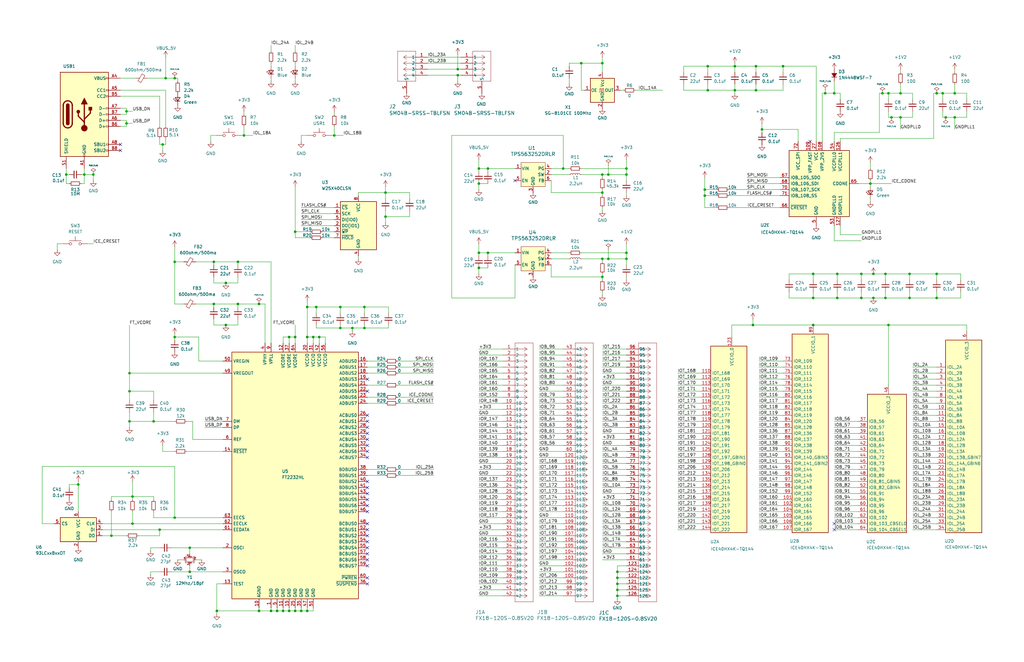
<source format=kicad_sch>
(kicad_sch (version 20231120) (generator "eeschema") (generator_version "8.0")
  (paper "USLedger")
  (lib_symbols
    (symbol "Connector:USB_C_Receptacle_USB2.0_16P" (pin_names (offset 1.016))
      (property "Reference" "J" (at 0 22.225 0))
      (property "Value" "USB_C_Receptacle_USB2.0_16P" (at 0 19.685 0))
      (symbol "USB_C_Receptacle_USB2.0_16P_1_1"
        (pin passive line (at 0 -22.86 90) (length 5.08) (name "GND") (number "A1"))
        (pin passive line (at 0 -22.86 90) (length 5.08) hide (name "GND") (number "A12"))
        (pin passive line (at 15.24 15.24 180) (length 5.08) (name "VBUS") (number "A4"))
        (pin bidirectional line (at 15.24 10.16 180) (length 5.08) (name "CC1") (number "A5"))
        (pin bidirectional line (at 15.24 -2.54 180) (length 5.08) (name "D+") (number "A6"))
        (pin bidirectional line (at 15.24 2.54 180) (length 5.08) (name "D-") (number "A7"))
        (pin bidirectional line (at 15.24 -12.7 180) (length 5.08) (name "SBU1") (number "A8"))
        (pin passive line (at 15.24 15.24 180) (length 5.08) hide (name "VBUS") (number "A9"))
        (pin passive line (at 0 -22.86 90) (length 5.08) hide (name "GND") (number "B1"))
        (pin passive line (at 0 -22.86 90) (length 5.08) hide (name "GND") (number "B12"))
        (pin passive line (at 15.24 15.24 180) (length 5.08) hide (name "VBUS") (number "B4"))
        (pin bidirectional line (at 15.24 7.62 180) (length 5.08) (name "CC2") (number "B5"))
        (pin bidirectional line (at 15.24 -5.08 180) (length 5.08) (name "D+") (number "B6"))
        (pin bidirectional line (at 15.24 0 180) (length 5.08) (name "D-") (number "B7"))
        (pin bidirectional line (at 15.24 -15.24 180) (length 5.08) (name "SBU2") (number "B8"))
        (pin passive line (at 15.24 15.24 180) (length 5.08) hide (name "VBUS") (number "B9"))
        (pin passive line (at -7.62 -22.86 90) (length 5.08) (name "SHIELD") (number "S1"))
      )
    )
    (symbol "Device:C_Small" (pin_numbers hide) (pin_names (offset 0.254) hide)
      (property "Reference" "C" (at 0.254 1.778 0))
      (property "Value" "C_Small" (at 0.254 -2.032 0))
      (symbol "C_Small_1_1"
        (pin passive line (at 0 2.54 270) (length 2.032) (name "~") (number "1"))
        (pin passive line (at 0 -2.54 90) (length 2.032) (name "~") (number "2"))
      )
    )
    (symbol "Device:Crystal_GND24_Small" (pin_names (offset 1.016) hide)
      (property "Reference" "Y" (at 1.27 4.445 0))
      (property "Value" "Crystal_GND24_Small" (at 1.27 2.54 0))
      (symbol "Crystal_GND24_Small_1_1"
        (pin passive line (at -2.54 0 0) (length 1.27) (name "1") (number "1"))
        (pin passive line (at 0 -2.54 90) (length 0.635) (name "2") (number "2"))
        (pin passive line (at 2.54 0 180) (length 1.27) (name "3") (number "3"))
        (pin passive line (at 0 2.54 270) (length 0.635) (name "4") (number "4"))
      )
    )
    (symbol "Device:D_Small_Filled" (pin_numbers hide) (pin_names (offset 0.254) hide)
      (property "Reference" "D" (at -1.27 2.032 0))
      (property "Value" "D_Small_Filled" (at -3.81 -2.032 0))
      (symbol "D_Small_Filled_1_1"
        (pin passive line (at -2.54 0 0) (length 1.778) (name "K") (number "1"))
        (pin passive line (at 2.54 0 180) (length 1.778) (name "A") (number "2"))
      )
    )
    (symbol "Device:FerriteBead_Small" (pin_numbers hide) (pin_names (offset 0))
      (property "Reference" "FB" (at 1.905 1.27 0))
      (property "Value" "FerriteBead_Small" (at 1.905 -1.27 0))
      (symbol "FerriteBead_Small_1_1"
        (pin passive line (at 0 2.54 270) (length 1.27) (name "~") (number "1"))
        (pin passive line (at 0 -2.54 90) (length 1.27) (name "~") (number "2"))
      )
    )
    (symbol "Device:LED_Small" (pin_numbers hide) (pin_names (offset 0.254) hide)
      (property "Reference" "D" (at -1.27 3.175 0))
      (property "Value" "LED_Small" (at -4.445 -2.54 0))
      (symbol "LED_Small_1_1"
        (pin passive line (at -2.54 0 0) (length 1.778) (name "K") (number "1"))
        (pin passive line (at 2.54 0 180) (length 1.778) (name "A") (number "2"))
      )
    )
    (symbol "Device:L_Small" (pin_numbers hide) (pin_names (offset 0.254) hide)
      (property "Reference" "L" (at 0.762 1.016 0))
      (property "Value" "L_Small" (at 0.762 -1.016 0))
      (symbol "L_Small_1_1"
        (pin passive line (at 0 2.54 270) (length 0.508) (name "~") (number "1"))
        (pin passive line (at 0 -2.54 90) (length 0.508) (name "~") (number "2"))
      )
    )
    (symbol "Device:R_Small" (pin_numbers hide) (pin_names (offset 0.254) hide)
      (property "Reference" "R" (at 0.762 0.508 0))
      (property "Value" "R_Small" (at 0.762 -1.016 0))
      (symbol "R_Small_1_1"
        (pin passive line (at 0 2.54 270) (length 0.762) (name "~") (number "1"))
        (pin passive line (at 0 -2.54 90) (length 0.762) (name "~") (number "2"))
      )
    )
    (symbol "FPGA_Lattice:ICE40HX4K-TQ144"
      (property "Reference" "U" (at 12.7 53.34 0))
      (property "Value" "ICE40HX4K-TQ144" (at 30.48 48.26 0))
      (symbol "ICE40HX4K-TQ144_1_1"
        (pin bidirectional line (at -12.7 30.48 0) (length 3.81) (name "IOT_168") (number "110"))
        (pin bidirectional line (at -12.7 27.94 0) (length 3.81) (name "IOT_169") (number "112"))
        (pin bidirectional line (at -12.7 25.4 0) (length 3.81) (name "IOT_170") (number "113"))
        (pin bidirectional line (at -12.7 22.86 0) (length 3.81) (name "IOT_171") (number "114"))
        (pin bidirectional line (at -12.7 20.32 0) (length 3.81) (name "IOT_172") (number "115"))
        (pin bidirectional line (at -12.7 17.78 0) (length 3.81) (name "IOT_173") (number "116"))
        (pin bidirectional line (at -12.7 15.24 0) (length 3.81) (name "IOT_174") (number "117"))
        (pin bidirectional line (at -12.7 12.7 0) (length 3.81) (name "IOT_177") (number "118"))
        (pin bidirectional line (at -12.7 10.16 0) (length 3.81) (name "IOT_178") (number "119"))
        (pin bidirectional line (at -12.7 7.62 0) (length 3.81) (name "IOT_179") (number "120"))
        (pin bidirectional line (at -12.7 5.08 0) (length 3.81) (name "IOT_181") (number "121"))
        (pin bidirectional line (at -12.7 2.54 0) (length 3.81) (name "IOT_190") (number "122"))
        (pin power_in line (at 0 45.72 270) (length 3.81) (name "VCCIO_0") (number "123"))
        (pin bidirectional line (at -12.7 0 0) (length 3.81) (name "IOT_191") (number "124"))
        (pin bidirectional line (at -12.7 -2.54 0) (length 3.81) (name "IOT_192") (number "125"))
        (pin bidirectional line (at -12.7 -5.08 0) (length 3.81) (name "IOT_197_GBIN1") (number "128"))
        (pin bidirectional line (at -12.7 -7.62 0) (length 3.81) (name "IOT_198_GBIN0") (number "129"))
        (pin bidirectional line (at -12.7 -10.16 0) (length 3.81) (name "IOT_206") (number "130"))
        (pin passive line (at 0 45.72 270) (length 3.81) hide (name "VCCIO_0") (number "131"))
        (pin bidirectional line (at -12.7 -12.7 0) (length 3.81) (name "IOT_212") (number "134"))
        (pin bidirectional line (at -12.7 -15.24 0) (length 3.81) (name "IOT_213") (number "135"))
        (pin bidirectional line (at -12.7 -17.78 0) (length 3.81) (name "IOT_214") (number "136"))
        (pin bidirectional line (at -12.7 -20.32 0) (length 3.81) (name "IOT_215") (number "137"))
        (pin bidirectional line (at -12.7 -22.86 0) (length 3.81) (name "IOT_216") (number "138"))
        (pin bidirectional line (at -12.7 -25.4 0) (length 3.81) (name "IOT_217") (number "139"))
        (pin bidirectional line (at -12.7 -27.94 0) (length 3.81) (name "IOT_219") (number "141"))
        (pin bidirectional line (at -12.7 -30.48 0) (length 3.81) (name "IOT_220") (number "142"))
        (pin bidirectional line (at -12.7 -33.02 0) (length 3.81) (name "IOT_221") (number "143"))
        (pin bidirectional line (at -12.7 -35.56 0) (length 3.81) (name "IOT_222") (number "144"))
      )
      (symbol "ICE40HX4K-TQ144_2_1"
        (pin passive line (at 0 48.26 270) (length 3.81) hide (name "VCCIO_1") (number "100"))
        (pin bidirectional line (at -12.7 -25.4 0) (length 3.81) (name "IOR_160") (number "101"))
        (pin bidirectional line (at -12.7 -27.94 0) (length 3.81) (name "IOR_161") (number "102"))
        (pin bidirectional line (at -12.7 -30.48 0) (length 3.81) (name "IOR_164") (number "104"))
        (pin bidirectional line (at -12.7 -33.02 0) (length 3.81) (name "IOR_165") (number "105"))
        (pin bidirectional line (at -12.7 -35.56 0) (length 3.81) (name "IOR_166") (number "106"))
        (pin bidirectional line (at -12.7 -38.1 0) (length 3.81) (name "IOR_167") (number "107"))
        (pin bidirectional line (at -12.7 33.02 0) (length 3.81) (name "IOR_109") (number "73"))
        (pin bidirectional line (at -12.7 30.48 0) (length 3.81) (name "IOR_110") (number "74"))
        (pin bidirectional line (at -12.7 27.94 0) (length 3.81) (name "IOR_111") (number "75"))
        (pin bidirectional line (at -12.7 25.4 0) (length 3.81) (name "IOR_112") (number "76"))
        (pin bidirectional line (at -12.7 22.86 0) (length 3.81) (name "IOR_114") (number "78"))
        (pin bidirectional line (at -12.7 20.32 0) (length 3.81) (name "IOR_115") (number "79"))
        (pin bidirectional line (at -12.7 17.78 0) (length 3.81) (name "IOR_116") (number "80"))
        (pin bidirectional line (at -12.7 15.24 0) (length 3.81) (name "IOR_117") (number "81"))
        (pin bidirectional line (at -12.7 12.7 0) (length 3.81) (name "IOR_118") (number "82"))
        (pin bidirectional line (at -12.7 10.16 0) (length 3.81) (name "IOR_119") (number "83"))
        (pin bidirectional line (at -12.7 7.62 0) (length 3.81) (name "IOR_120") (number "84"))
        (pin bidirectional line (at -12.7 5.08 0) (length 3.81) (name "IOR_128") (number "85"))
        (pin bidirectional line (at -12.7 2.54 0) (length 3.81) (name "IOR_136") (number "87"))
        (pin bidirectional line (at -12.7 0 0) (length 3.81) (name "IOR_137") (number "88"))
        (pin power_in line (at 0 48.26 270) (length 3.81) (name "VCCIO_1") (number "89"))
        (pin bidirectional line (at -12.7 -2.54 0) (length 3.81) (name "IOR_138") (number "90"))
        (pin bidirectional line (at -12.7 -5.08 0) (length 3.81) (name "IOR_139") (number "91"))
        (pin bidirectional line (at -12.7 -7.62 0) (length 3.81) (name "IOR_140_GBIN3") (number "93"))
        (pin bidirectional line (at -12.7 -10.16 0) (length 3.81) (name "IOR_141_GBIN2") (number "94"))
        (pin bidirectional line (at -12.7 -12.7 0) (length 3.81) (name "IOR_144") (number "95"))
        (pin bidirectional line (at -12.7 -15.24 0) (length 3.81) (name "IOR_146") (number "96"))
        (pin bidirectional line (at -12.7 -17.78 0) (length 3.81) (name "IOR_147") (number "97"))
        (pin bidirectional line (at -12.7 -20.32 0) (length 3.81) (name "IOR_148") (number "98"))
        (pin bidirectional line (at -12.7 -22.86 0) (length 3.81) (name "IOR_152") (number "99"))
      )
      (symbol "ICE40HX4K-TQ144_3_1"
        (pin bidirectional line (at -12.7 20.32 0) (length 3.81) (name "IOB_56") (number "37"))
        (pin bidirectional line (at -12.7 17.78 0) (length 3.81) (name "IOB_57") (number "38"))
        (pin bidirectional line (at -12.7 15.24 0) (length 3.81) (name "IOB_61") (number "39"))
        (pin bidirectional line (at -12.7 12.7 0) (length 3.81) (name "IOB_63") (number "41"))
        (pin bidirectional line (at -12.7 10.16 0) (length 3.81) (name "IOB_64") (number "42"))
        (pin bidirectional line (at -12.7 7.62 0) (length 3.81) (name "IOB_71") (number "43"))
        (pin bidirectional line (at -12.7 5.08 0) (length 3.81) (name "IOB_72") (number "44"))
        (pin bidirectional line (at -12.7 2.54 0) (length 3.81) (name "IOB_73") (number "45"))
        (pin power_in line (at 0 35.56 270) (length 3.81) (name "VCCIO_2") (number "46"))
        (pin bidirectional line (at -12.7 0 0) (length 3.81) (name "IOB_79") (number "47"))
        (pin bidirectional line (at -12.7 -2.54 0) (length 3.81) (name "IOB_80") (number "48"))
        (pin bidirectional line (at -12.7 -5.08 0) (length 3.81) (name "IOB_81_GBIN5") (number "49"))
        (pin bidirectional line (at -12.7 -7.62 0) (length 3.81) (name "IOB_82_GBIN4") (number "52"))
        (pin bidirectional line (at -12.7 -10.16 0) (length 3.81) (name "IOB_91") (number "55"))
        (pin bidirectional line (at -12.7 -12.7 0) (length 3.81) (name "IOB_94") (number "56"))
        (pin passive line (at 0 35.56 270) (length 3.81) hide (name "VCCIO_2") (number "57"))
        (pin bidirectional line (at -12.7 -15.24 0) (length 3.81) (name "IOB_95") (number "60"))
        (pin bidirectional line (at -12.7 -17.78 0) (length 3.81) (name "IOB_96") (number "61"))
        (pin bidirectional line (at -12.7 -20.32 0) (length 3.81) (name "IOB_102") (number "62"))
        (pin bidirectional line (at -12.7 -22.86 0) (length 3.81) (name "IOB_103_CBSEL0") (number "63"))
        (pin bidirectional line (at -12.7 -25.4 0) (length 3.81) (name "IOB_104_CBSEL1") (number "64"))
      )
      (symbol "ICE40HX4K-TQ144_4_1"
        (pin bidirectional line (at -12.7 30.48 0) (length 3.81) (name "IOL_2A") (number "1"))
        (pin bidirectional line (at -12.7 12.7 0) (length 3.81) (name "IOL_5B") (number "10"))
        (pin bidirectional line (at -12.7 10.16 0) (length 3.81) (name "IOL_8A") (number "11"))
        (pin bidirectional line (at -12.7 7.62 0) (length 3.81) (name "IOL_8B") (number "12"))
        (pin bidirectional line (at -12.7 5.08 0) (length 3.81) (name "IOL_10A") (number "15"))
        (pin bidirectional line (at -12.7 2.54 0) (length 3.81) (name "IOL_10B") (number "16"))
        (pin bidirectional line (at -12.7 0 0) (length 3.81) (name "IOL_12A") (number "17"))
        (pin bidirectional line (at -12.7 -2.54 0) (length 3.81) (name "IOL_12B") (number "18"))
        (pin bidirectional line (at -12.7 -5.08 0) (length 3.81) (name "IOL_13A") (number "19"))
        (pin bidirectional line (at -12.7 27.94 0) (length 3.81) (name "IOL_2B") (number "2"))
        (pin bidirectional line (at -12.7 -7.62 0) (length 3.81) (name "IOL_13B_GBIN7") (number "20"))
        (pin bidirectional line (at -12.7 -10.16 0) (length 3.81) (name "IOL_14A_GBIN6") (number "21"))
        (pin bidirectional line (at -12.7 -12.7 0) (length 3.81) (name "IOL_14B") (number "22"))
        (pin bidirectional line (at -12.7 -15.24 0) (length 3.81) (name "IOL_17A") (number "23"))
        (pin bidirectional line (at -12.7 -17.78 0) (length 3.81) (name "IOL_17B") (number "24"))
        (pin bidirectional line (at -12.7 -20.32 0) (length 3.81) (name "IOL_18A") (number "25"))
        (pin bidirectional line (at -12.7 -22.86 0) (length 3.81) (name "IOL_18B") (number "26"))
        (pin bidirectional line (at -12.7 -25.4 0) (length 3.81) (name "IOL_23A") (number "28"))
        (pin bidirectional line (at -12.7 -27.94 0) (length 3.81) (name "IOL_23B") (number "29"))
        (pin bidirectional line (at -12.7 25.4 0) (length 3.81) (name "IOL_3A") (number "3"))
        (pin passive line (at 0 45.72 270) (length 3.81) hide (name "VCCIO_3") (number "30"))
        (pin bidirectional line (at -12.7 -30.48 0) (length 3.81) (name "IOL_24A") (number "31"))
        (pin bidirectional line (at -12.7 -33.02 0) (length 3.81) (name "IOL_24B") (number "32"))
        (pin bidirectional line (at -12.7 -35.56 0) (length 3.81) (name "IOL_25A") (number "33"))
        (pin bidirectional line (at -12.7 -38.1 0) (length 3.81) (name "IOL_25B") (number "34"))
        (pin bidirectional line (at -12.7 22.86 0) (length 3.81) (name "IOL_3B") (number "4"))
        (pin power_in line (at 0 45.72 270) (length 3.81) (name "VCCIO_3") (number "6"))
        (pin bidirectional line (at -12.7 20.32 0) (length 3.81) (name "IOL_4A") (number "7"))
        (pin bidirectional line (at -12.7 17.78 0) (length 3.81) (name "IOL_4B") (number "8"))
        (pin bidirectional line (at -12.7 15.24 0) (length 3.81) (name "IOL_5A") (number "9"))
      )
      (symbol "ICE40HX4K-TQ144_5_1"
        (pin passive line (at 0 -17.78 90) (length 3.81) hide (name "GND") (number "103"))
        (pin power_in line (at 2.54 17.78 270) (length 3.81) (name "VPP_2V5") (number "108"))
        (pin power_in line (at -2.54 17.78 270) (length 3.81) (name "VPP_FAST") (number "109"))
        (pin passive line (at 0 17.78 270) (length 3.81) hide (name "VCC") (number "111"))
        (pin power_in line (at 10.16 17.78 270) (length 3.81) (name "VCCPLL1") (number "126"))
        (pin power_in line (at 10.16 -17.78 90) (length 3.81) (name "GNDPLL1") (number "127"))
        (pin passive line (at 0 -17.78 90) (length 3.81) hide (name "GND") (number "13"))
        (pin passive line (at 0 -17.78 90) (length 3.81) hide (name "GND") (number "132"))
        (pin no_connect line (at 12.7 -10.16 180) (length 3.81) hide (name "NC") (number "133"))
        (pin passive line (at 0 -17.78 90) (length 3.81) hide (name "GND") (number "14"))
        (pin passive line (at 0 -17.78 90) (length 3.81) hide (name "GND") (number "140"))
        (pin power_in line (at 0 17.78 270) (length 3.81) (name "VCC") (number "27"))
        (pin no_connect line (at 12.7 5.08 180) (length 3.81) hide (name "NC") (number "35"))
        (pin no_connect line (at 12.7 2.54 180) (length 3.81) hide (name "NC") (number "36"))
        (pin passive line (at 0 17.78 270) (length 3.81) hide (name "VCC") (number "40"))
        (pin power_in line (at 0 -17.78 90) (length 3.81) (name "GND") (number "5"))
        (pin no_connect line (at 12.7 -2.54 180) (length 3.81) hide (name "NC") (number "50"))
        (pin no_connect line (at 12.7 -5.08 180) (length 3.81) hide (name "NC") (number "51"))
        (pin power_in line (at 7.62 -17.78 90) (length 3.81) (name "GNDPLL0") (number "53"))
        (pin power_in line (at 7.62 17.78 270) (length 3.81) (name "VCCPLL0") (number "54"))
        (pin no_connect line (at 12.7 -7.62 180) (length 3.81) hide (name "NC") (number "58"))
        (pin passive line (at 0 -17.78 90) (length 3.81) hide (name "GND") (number "59"))
        (pin open_collector line (at 17.78 0 180) (length 3.81) (name "CDONE") (number "65"))
        (pin input line (at -15.24 -10.16 0) (length 3.81) (name "~{CRESET}") (number "66"))
        (pin bidirectional line (at -15.24 2.54 0) (length 3.81) (name "IOB_105_SDO") (number "67"))
        (pin bidirectional line (at -15.24 0 0) (length 3.81) (name "IOB_106_SDI") (number "68"))
        (pin passive line (at 0 -17.78 90) (length 3.81) hide (name "GND") (number "69"))
        (pin bidirectional line (at -15.24 -2.54 0) (length 3.81) (name "IOB_107_SCK") (number "70"))
        (pin bidirectional line (at -15.24 -5.08 0) (length 3.81) (name "IOB_108_SS") (number "71"))
        (pin power_in line (at -7.62 17.78 270) (length 3.81) (name "VCC_SPI") (number "72"))
        (pin no_connect line (at 12.7 7.62 180) (length 3.81) hide (name "NC") (number "77"))
        (pin passive line (at 0 -17.78 90) (length 3.81) hide (name "GND") (number "86"))
        (pin passive line (at 0 17.78 270) (length 3.81) hide (name "VCC") (number "92"))
      )
    )
    (symbol "FX18-120S-0-8SV20:FX18-120S-0.8SV20" (pin_names (offset 0.254))
      (property "Reference" "J" (at 8.89 6.35 0))
      (property "Value" "FX18-120S-0.8SV20" (at 0 0 0))
      (symbol "FX18-120S-0.8SV20_1_1"
        (pin passive line (at 0 0 0) (length 5.08) (name "1") (number "1"))
        (pin passive line (at 0 -22.86 0) (length 5.08) (name "10") (number "10"))
        (pin passive line (at 0 -25.4 0) (length 5.08) (name "11") (number "11"))
        (pin passive line (at 0 -27.94 0) (length 5.08) (name "12") (number "12"))
        (pin passive line (at 0 -30.48 0) (length 5.08) (name "13") (number "13"))
        (pin passive line (at 0 -33.02 0) (length 5.08) (name "14") (number "14"))
        (pin passive line (at 0 -35.56 0) (length 5.08) (name "15") (number "15"))
        (pin passive line (at 0 -38.1 0) (length 5.08) (name "16") (number "16"))
        (pin passive line (at 0 -40.64 0) (length 5.08) (name "17") (number "17"))
        (pin passive line (at 0 -43.18 0) (length 5.08) (name "18") (number "18"))
        (pin passive line (at 0 -45.72 0) (length 5.08) (name "19") (number "19"))
        (pin passive line (at 0 -2.54 0) (length 5.08) (name "2") (number "2"))
        (pin passive line (at 0 -48.26 0) (length 5.08) (name "20") (number "20"))
        (pin passive line (at 0 -50.8 0) (length 5.08) (name "21") (number "21"))
        (pin passive line (at 0 -53.34 0) (length 5.08) (name "22") (number "22"))
        (pin passive line (at 0 -55.88 0) (length 5.08) (name "23") (number "23"))
        (pin passive line (at 0 -58.42 0) (length 5.08) (name "24") (number "24"))
        (pin passive line (at 0 -60.96 0) (length 5.08) (name "25") (number "25"))
        (pin passive line (at 0 -63.5 0) (length 5.08) (name "26") (number "26"))
        (pin passive line (at 0 -66.04 0) (length 5.08) (name "27") (number "27"))
        (pin passive line (at 0 -68.58 0) (length 5.08) (name "28") (number "28"))
        (pin passive line (at 0 -71.12 0) (length 5.08) (name "29") (number "29"))
        (pin passive line (at 0 -5.08 0) (length 5.08) (name "3") (number "3"))
        (pin passive line (at 0 -73.66 0) (length 5.08) (name "30") (number "30"))
        (pin passive line (at 0 -76.2 0) (length 5.08) (name "31") (number "31"))
        (pin passive line (at 0 -78.74 0) (length 5.08) (name "32") (number "32"))
        (pin passive line (at 0 -81.28 0) (length 5.08) (name "33") (number "33"))
        (pin passive line (at 0 -83.82 0) (length 5.08) (name "34") (number "34"))
        (pin passive line (at 0 -86.36 0) (length 5.08) (name "35") (number "35"))
        (pin passive line (at 0 -88.9 0) (length 5.08) (name "36") (number "36"))
        (pin passive line (at 0 -91.44 0) (length 5.08) (name "37") (number "37"))
        (pin passive line (at 0 -93.98 0) (length 5.08) (name "38") (number "38"))
        (pin passive line (at 0 -96.52 0) (length 5.08) (name "39") (number "39"))
        (pin passive line (at 0 -7.62 0) (length 5.08) (name "4") (number "4"))
        (pin passive line (at 0 -99.06 0) (length 5.08) (name "40") (number "40"))
        (pin passive line (at 0 -101.6 0) (length 5.08) (name "41") (number "41"))
        (pin passive line (at 0 -104.14 0) (length 5.08) (name "42") (number "42"))
        (pin passive line (at 0 -10.16 0) (length 5.08) (name "5") (number "5"))
        (pin passive line (at 0 -12.7 0) (length 5.08) (name "6") (number "6"))
        (pin passive line (at 0 -15.24 0) (length 5.08) (name "7") (number "7"))
        (pin passive line (at 0 -17.78 0) (length 5.08) (name "8") (number "8"))
        (pin passive line (at 0 -20.32 0) (length 5.08) (name "9") (number "9"))
      )
      (symbol "FX18-120S-0.8SV20_2_1"
        (pin passive line (at 0 -96.52 0) (length 5.08) (name "100") (number "100"))
        (pin passive line (at 0 -93.98 0) (length 5.08) (name "101") (number "101"))
        (pin passive line (at 0 -91.44 0) (length 5.08) (name "102") (number "102"))
        (pin passive line (at 0 -88.9 0) (length 5.08) (name "103") (number "103"))
        (pin passive line (at 0 -86.36 0) (length 5.08) (name "104") (number "104"))
        (pin passive line (at 0 -83.82 0) (length 5.08) (name "105") (number "105"))
        (pin passive line (at 0 -81.28 0) (length 5.08) (name "106") (number "106"))
        (pin passive line (at 0 -78.74 0) (length 5.08) (name "107") (number "107"))
        (pin passive line (at 0 -76.2 0) (length 5.08) (name "108") (number "108"))
        (pin passive line (at 0 -73.66 0) (length 5.08) (name "109") (number "109"))
        (pin passive line (at 0 -71.12 0) (length 5.08) (name "110") (number "110"))
        (pin passive line (at 0 -68.58 0) (length 5.08) (name "111") (number "111"))
        (pin passive line (at 0 -66.04 0) (length 5.08) (name "112") (number "112"))
        (pin passive line (at 0 -63.5 0) (length 5.08) (name "113") (number "113"))
        (pin passive line (at 0 -60.96 0) (length 5.08) (name "114") (number "114"))
        (pin passive line (at 0 -58.42 0) (length 5.08) (name "115") (number "115"))
        (pin passive line (at 0 -55.88 0) (length 5.08) (name "116") (number "116"))
        (pin passive line (at 0 -53.34 0) (length 5.08) (name "117") (number "117"))
        (pin passive line (at 0 -50.8 0) (length 5.08) (name "118") (number "118"))
        (pin passive line (at 0 -48.26 0) (length 5.08) (name "119") (number "119"))
        (pin passive line (at 0 -45.72 0) (length 5.08) (name "120") (number "120"))
        (pin passive line (at 0 0 0) (length 5.08) (name "43") (number "43"))
        (pin passive line (at 0 -2.54 0) (length 5.08) (name "44") (number "44"))
        (pin passive line (at 0 -5.08 0) (length 5.08) (name "45") (number "45"))
        (pin passive line (at 0 -7.62 0) (length 5.08) (name "46") (number "46"))
        (pin passive line (at 0 -10.16 0) (length 5.08) (name "47") (number "47"))
        (pin passive line (at 0 -12.7 0) (length 5.08) (name "48") (number "48"))
        (pin passive line (at 0 -15.24 0) (length 5.08) (name "49") (number "49"))
        (pin passive line (at 0 -17.78 0) (length 5.08) (name "50") (number "50"))
        (pin passive line (at 0 -20.32 0) (length 5.08) (name "51") (number "51"))
        (pin passive line (at 0 -22.86 0) (length 5.08) (name "52") (number "52"))
        (pin passive line (at 0 -25.4 0) (length 5.08) (name "53") (number "53"))
        (pin passive line (at 0 -27.94 0) (length 5.08) (name "54") (number "54"))
        (pin passive line (at 0 -30.48 0) (length 5.08) (name "55") (number "55"))
        (pin passive line (at 0 -33.02 0) (length 5.08) (name "56") (number "56"))
        (pin passive line (at 0 -35.56 0) (length 5.08) (name "57") (number "57"))
        (pin passive line (at 0 -38.1 0) (length 5.08) (name "58") (number "58"))
        (pin passive line (at 0 -40.64 0) (length 5.08) (name "59") (number "59"))
        (pin passive line (at 0 -43.18 0) (length 5.08) (name "60") (number "60"))
        (pin passive line (at 0 -104.14 0) (length 5.08) (name "97") (number "97"))
        (pin passive line (at 0 -101.6 0) (length 5.08) (name "98") (number "98"))
        (pin passive line (at 0 -99.06 0) (length 5.08) (name "99") (number "99"))
      )
      (symbol "FX18-120S-0.8SV20_3_1"
        (pin passive line (at 0 -99.06 0) (length 5.08) (name "121") (number "121"))
        (pin passive line (at 0 -96.52 0) (length 5.08) (name "122") (number "122"))
        (pin passive line (at 0 -91.44 0) (length 5.08) (name "123") (number "123"))
        (pin passive line (at 0 -93.98 0) (length 5.08) (name "124") (number "124"))
        (pin passive line (at 0 -101.6 0) (length 5.08) (name "125") (number "125"))
        (pin passive line (at 0 -104.14 0) (length 5.08) (name "126") (number "126"))
        (pin passive line (at 0 -88.9 0) (length 5.08) (name "61") (number "61"))
        (pin passive line (at 0 -86.36 0) (length 5.08) (name "62") (number "62"))
        (pin passive line (at 0 -83.82 0) (length 5.08) (name "63") (number "63"))
        (pin passive line (at 0 -81.28 0) (length 5.08) (name "64") (number "64"))
        (pin passive line (at 0 -78.74 0) (length 5.08) (name "65") (number "65"))
        (pin passive line (at 0 -76.2 0) (length 5.08) (name "66") (number "66"))
        (pin passive line (at 0 -73.66 0) (length 5.08) (name "67") (number "67"))
        (pin passive line (at 0 -71.12 0) (length 5.08) (name "68") (number "68"))
        (pin passive line (at 0 -68.58 0) (length 5.08) (name "69") (number "69"))
        (pin passive line (at 0 -66.04 0) (length 5.08) (name "70") (number "70"))
        (pin passive line (at 0 -63.5 0) (length 5.08) (name "71") (number "71"))
        (pin passive line (at 0 -60.96 0) (length 5.08) (name "72") (number "72"))
        (pin passive line (at 0 -58.42 0) (length 5.08) (name "73") (number "73"))
        (pin passive line (at 0 -55.88 0) (length 5.08) (name "74") (number "74"))
        (pin passive line (at 0 -53.34 0) (length 5.08) (name "75") (number "75"))
        (pin passive line (at 0 -50.8 0) (length 5.08) (name "76") (number "76"))
        (pin passive line (at 0 -48.26 0) (length 5.08) (name "77") (number "77"))
        (pin passive line (at 0 -45.72 0) (length 5.08) (name "78") (number "78"))
        (pin passive line (at 0 -43.18 0) (length 5.08) (name "79") (number "79"))
        (pin passive line (at 0 -40.64 0) (length 5.08) (name "80") (number "80"))
        (pin passive line (at 0 -38.1 0) (length 5.08) (name "81") (number "81"))
        (pin passive line (at 0 -35.56 0) (length 5.08) (name "82") (number "82"))
        (pin passive line (at 0 -33.02 0) (length 5.08) (name "83") (number "83"))
        (pin passive line (at 0 -30.48 0) (length 5.08) (name "84") (number "84"))
        (pin passive line (at 0 -27.94 0) (length 5.08) (name "85") (number "85"))
        (pin passive line (at 0 -25.4 0) (length 5.08) (name "86") (number "86"))
        (pin passive line (at 0 -22.86 0) (length 5.08) (name "87") (number "87"))
        (pin passive line (at 0 -20.32 0) (length 5.08) (name "88") (number "88"))
        (pin passive line (at 0 -17.78 0) (length 5.08) (name "89") (number "89"))
        (pin passive line (at 0 -15.24 0) (length 5.08) (name "90") (number "90"))
        (pin passive line (at 0 -12.7 0) (length 5.08) (name "91") (number "91"))
        (pin passive line (at 0 -10.16 0) (length 5.08) (name "92") (number "92"))
        (pin passive line (at 0 -7.62 0) (length 5.08) (name "93") (number "93"))
        (pin passive line (at 0 -5.08 0) (length 5.08) (name "94") (number "94"))
        (pin passive line (at 0 -2.54 0) (length 5.08) (name "95") (number "95"))
        (pin passive line (at 0 0 0) (length 5.08) (name "96") (number "96"))
      )
    )
    (symbol "Interface_USB:FT2232HL"
      (property "Reference" "U" (at -26.67 53.34 0))
      (property "Value" "FT2232HL" (at 19.05 53.34 0))
      (symbol "FT2232HL_1_1"
        (pin power_in line (at -10.16 -55.88 90) (length 3.81) (name "GND") (number "1"))
        (pin power_in line (at -15.24 -55.88 90) (length 3.81) (name "AGND") (number "10"))
        (pin power_in line (at -5.08 -55.88 90) (length 3.81) (name "GND") (number "11"))
        (pin power_in line (at -5.08 55.88 270) (length 3.81) (name "VCORE") (number "12"))
        (pin input line (at -30.48 -45.72 0) (length 3.81) (name "TEST") (number "13"))
        (pin input line (at -30.48 10.16 0) (length 3.81) (name "~{RESET}") (number "14"))
        (pin power_in line (at -2.54 -55.88 90) (length 3.81) (name "GND") (number "15"))
        (pin bidirectional line (at 30.48 48.26 180) (length 3.81) (name "ADBUS0") (number "16"))
        (pin bidirectional line (at 30.48 45.72 180) (length 3.81) (name "ADBUS1") (number "17"))
        (pin bidirectional line (at 30.48 43.18 180) (length 3.81) (name "ADBUS2") (number "18"))
        (pin bidirectional line (at 30.48 40.64 180) (length 3.81) (name "ADBUS3") (number "19"))
        (pin input line (at -30.48 -30.48 0) (length 3.81) (name "OSCI") (number "2"))
        (pin power_in line (at 5.08 55.88 270) (length 3.81) (name "VCCIO") (number "20"))
        (pin bidirectional line (at 30.48 38.1 180) (length 3.81) (name "ADBUS4") (number "21"))
        (pin bidirectional line (at 30.48 35.56 180) (length 3.81) (name "ADBUS5") (number "22"))
        (pin bidirectional line (at 30.48 33.02 180) (length 3.81) (name "ADBUS6") (number "23"))
        (pin bidirectional line (at 30.48 30.48 180) (length 3.81) (name "ADBUS7") (number "24"))
        (pin power_in line (at 0 -55.88 90) (length 3.81) (name "GND") (number "25"))
        (pin bidirectional line (at 30.48 25.4 180) (length 3.81) (name "ACBUS0") (number "26"))
        (pin bidirectional line (at 30.48 22.86 180) (length 3.81) (name "ACBUS1") (number "27"))
        (pin bidirectional line (at 30.48 20.32 180) (length 3.81) (name "ACBUS2") (number "28"))
        (pin bidirectional line (at 30.48 17.78 180) (length 3.81) (name "ACBUS3") (number "29"))
        (pin output line (at -30.48 -40.64 0) (length 3.81) (name "OSCO") (number "3"))
        (pin bidirectional line (at 30.48 15.24 180) (length 3.81) (name "ACBUS4") (number "30"))
        (pin power_in line (at 7.62 55.88 270) (length 3.81) (name "VCCIO") (number "31"))
        (pin bidirectional line (at 30.48 12.7 180) (length 3.81) (name "ACBUS5") (number "32"))
        (pin bidirectional line (at 30.48 10.16 180) (length 3.81) (name "ACBUS6") (number "33"))
        (pin bidirectional line (at 30.48 7.62 180) (length 3.81) (name "ACBUS7") (number "34"))
        (pin power_in line (at 2.54 -55.88 90) (length 3.81) (name "GND") (number "35"))
        (pin output line (at 30.48 -45.72 180) (length 3.81) (name "~{SUSPEND}") (number "36"))
        (pin power_in line (at -2.54 55.88 270) (length 3.81) (name "VCORE") (number "37"))
        (pin bidirectional line (at 30.48 2.54 180) (length 3.81) (name "BDBUS0") (number "38"))
        (pin bidirectional line (at 30.48 0 180) (length 3.81) (name "BDBUS1") (number "39"))
        (pin power_in line (at -12.7 55.88 270) (length 3.81) (name "VPHY") (number "4"))
        (pin bidirectional line (at 30.48 -2.54 180) (length 3.81) (name "BDBUS2") (number "40"))
        (pin bidirectional line (at 30.48 -5.08 180) (length 3.81) (name "BDBUS3") (number "41"))
        (pin power_in line (at 10.16 55.88 270) (length 3.81) (name "VCCIO") (number "42"))
        (pin bidirectional line (at 30.48 -7.62 180) (length 3.81) (name "BDBUS4") (number "43"))
        (pin bidirectional line (at 30.48 -10.16 180) (length 3.81) (name "BDBUS5") (number "44"))
        (pin bidirectional line (at 30.48 -12.7 180) (length 3.81) (name "BDBUS6") (number "45"))
        (pin bidirectional line (at 30.48 -15.24 180) (length 3.81) (name "BDBUS7") (number "46"))
        (pin power_in line (at 5.08 -55.88 90) (length 3.81) (name "GND") (number "47"))
        (pin bidirectional line (at 30.48 -20.32 180) (length 3.81) (name "BCBUS0") (number "48"))
        (pin power_out line (at -30.48 43.18 0) (length 3.81) (name "VREGOUT") (number "49"))
        (pin power_in line (at -7.62 -55.88 90) (length 3.81) (name "GND") (number "5"))
        (pin power_in line (at -30.48 48.26 0) (length 3.81) (name "VREGIN") (number "50"))
        (pin power_in line (at 7.62 -55.88 90) (length 3.81) (name "GND") (number "51"))
        (pin bidirectional line (at 30.48 -22.86 180) (length 3.81) (name "BCBUS1") (number "52"))
        (pin bidirectional line (at 30.48 -25.4 180) (length 3.81) (name "BCBUS2") (number "53"))
        (pin bidirectional line (at 30.48 -27.94 180) (length 3.81) (name "BCBUS3") (number "54"))
        (pin bidirectional line (at 30.48 -30.48 180) (length 3.81) (name "BCBUS4") (number "55"))
        (pin power_in line (at 12.7 55.88 270) (length 3.81) (name "VCCIO") (number "56"))
        (pin bidirectional line (at 30.48 -33.02 180) (length 3.81) (name "BCBUS5") (number "57"))
        (pin bidirectional line (at 30.48 -35.56 180) (length 3.81) (name "BCBUS6") (number "58"))
        (pin bidirectional line (at 30.48 -38.1 180) (length 3.81) (name "BCBUS7") (number "59"))
        (pin output line (at -30.48 15.24 0) (length 3.81) (name "REF") (number "6"))
        (pin output line (at 30.48 -43.18 180) (length 3.81) (name "~{PWREN}") (number "60"))
        (pin bidirectional line (at -30.48 -22.86 0) (length 3.81) (name "EEDATA") (number "61"))
        (pin output line (at -30.48 -20.32 0) (length 3.81) (name "EECLK") (number "62"))
        (pin output line (at -30.48 -17.78 0) (length 3.81) (name "EECS") (number "63"))
        (pin power_in line (at 0 55.88 270) (length 3.81) (name "VCORE") (number "64"))
        (pin bidirectional line (at -30.48 22.86 0) (length 3.81) (name "DM") (number "7"))
        (pin bidirectional line (at -30.48 20.32 0) (length 3.81) (name "DP") (number "8"))
        (pin input line (at -10.16 55.88 270) (length 3.81) (name "VPLL") (number "9"))
      )
    )
    (symbol "Memory_EEPROM:93LCxxBxxOT"
      (property "Reference" "U" (at -6.35 6.35 0))
      (property "Value" "93LCxxBxxOT" (at 7.62 -6.35 0))
      (symbol "93LCxxBxxOT_1_1"
        (pin tri_state line (at 10.16 -2.54 180) (length 2.54) (name "DO") (number "1"))
        (pin power_in line (at 0 -7.62 90) (length 2.54) (name "GND") (number "2"))
        (pin input line (at 10.16 0 180) (length 2.54) (name "DI") (number "3"))
        (pin input line (at 10.16 2.54 180) (length 2.54) (name "CLK") (number "4"))
        (pin input line (at -10.16 2.54 0) (length 2.54) (name "CS") (number "5"))
        (pin power_in line (at 0 7.62 270) (length 2.54) (name "VCC") (number "6"))
      )
    )
    (symbol "Memory_Flash:W25X40CLSN"
      (property "Reference" "U" (at -7.62 10.16 0))
      (property "Value" "W25X40CLSN" (at 2.54 10.16 0))
      (symbol "W25X40CLSN_1_1"
        (pin input line (at -10.16 7.62 0) (length 2.54) (name "~{CS}") (number "1"))
        (pin bidirectional line (at -10.16 0 0) (length 2.54) (name "DO(IO1)") (number "2"))
        (pin bidirectional line (at -10.16 -2.54 0) (length 2.54) (name "~{WP}") (number "3"))
        (pin power_in line (at 0 -12.7 90) (length 2.54) (name "GND") (number "4"))
        (pin bidirectional line (at -10.16 2.54 0) (length 2.54) (name "DI(IO0)") (number "5"))
        (pin input line (at -10.16 5.08 0) (length 2.54) (name "SCK") (number "6"))
        (pin bidirectional line (at -10.16 -5.08 0) (length 2.54) (name "~{HOLD}") (number "7"))
        (pin power_in line (at 0 12.7 270) (length 2.54) (name "VCC") (number "8"))
      )
    )
    (symbol "Oscillator:SG-8002CE" (pin_names (offset 0.254))
      (property "Reference" "X" (at -5.08 6.35 0))
      (property "Value" "SG-8002CE" (at 1.27 -6.35 0))
      (symbol "SG-8002CE_1_1"
        (pin input line (at -7.62 0 0) (length 2.54) (name "OE") (number "1"))
        (pin power_in line (at 0 -7.62 90) (length 2.54) (name "GND") (number "2"))
        (pin output line (at 7.62 0 180) (length 2.54) (name "OUT") (number "3"))
        (pin power_in line (at 0 7.62 270) (length 2.54) (name "Vcc") (number "4"))
      )
    )
    (symbol "SM04B-SRSS-TB-LF-SN:SM04B-SRSS-TBLFSN" (pin_names (offset 0.254))
      (property "Reference" "J" (at 8.89 6.35 0))
      (property "Value" "SM04B-SRSS-TBLFSN" (at 0 0 0))
      (symbol "SM04B-SRSS-TBLFSN_1_1"
        (pin passive line (at 0 0 0) (length 5.08) (name "1") (number "1"))
        (pin passive line (at 0 -2.54 0) (length 5.08) (name "2") (number "2"))
        (pin passive line (at 0 -5.08 0) (length 5.08) (name "3") (number "3"))
        (pin passive line (at 0 -7.62 0) (length 5.08) (name "4") (number "4"))
        (pin passive line (at 8.89 -15.24 90) (length 5.08) (name "S") (number "S"))
      )
      (symbol "SM04B-SRSS-TBLFSN_1_2"
        (pin unspecified line (at 0 0 0) (length 5.08) (name "1") (number "1"))
        (pin unspecified line (at 0 -2.54 0) (length 5.08) (name "2") (number "2"))
        (pin unspecified line (at 0 -5.08 0) (length 5.08) (name "3") (number "3"))
        (pin unspecified line (at 0 -7.62 0) (length 5.08) (name "4") (number "4"))
      )
    )
    (symbol "SM04B-SRSS-TBLFSN_1" (pin_names (offset 0.254))
      (property "Reference" "J" (at 8.89 6.35 0))
      (property "Value" "SM04B-SRSS-TBLFSN" (at 0 0 0))
      (symbol "SM04B-SRSS-TBLFSN_1_1_1"
        (pin passive line (at 0 0 0) (length 5.08) (name "1") (number "1"))
        (pin passive line (at 0 -2.54 0) (length 5.08) (name "2") (number "2"))
        (pin passive line (at 0 -5.08 0) (length 5.08) (name "3") (number "3"))
        (pin passive line (at 0 -7.62 0) (length 5.08) (name "4") (number "4"))
        (pin passive line (at 8.89 -15.24 90) (length 5.08) (name "S") (number "S"))
      )
      (symbol "SM04B-SRSS-TBLFSN_1_1_2"
        (pin unspecified line (at 0 0 0) (length 5.08) (name "1") (number "1"))
        (pin unspecified line (at 0 -2.54 0) (length 5.08) (name "2") (number "2"))
        (pin unspecified line (at 0 -5.08 0) (length 5.08) (name "3") (number "3"))
        (pin unspecified line (at 0 -7.62 0) (length 5.08) (name "4") (number "4"))
      )
    )
    (symbol "Switch:SW_Push" (pin_numbers hide) (pin_names (offset 1.016) hide)
      (property "Reference" "SW" (at 1.27 2.54 0))
      (property "Value" "SW_Push" (at 0 -1.524 0))
      (symbol "SW_Push_0_1"
        (pin passive line (at -5.08 0 0) (length 2.54) (name "1") (number "1"))
        (pin passive line (at 5.08 0 180) (length 2.54) (name "2") (number "2"))
      )
    )
    (symbol "TPS563252DRLR:TPS563252DRLR" (pin_names (offset 0.254))
      (property "Reference" "U" (at 16.256 7.366 0))
      (property "Value" "TPS563252DRLR" (at 16.256 4.826 0))
      (symbol "TPS563252DRLR_0_1"
        (pin power_in line (at 8.89 0 0) (length 2.54) (name "VIN") (number "1"))
      )
      (symbol "TPS563252DRLR_1_1"
        (pin power_out line (at 24.13 -2.54 180) (length 2.54) (name "SW") (number "2"))
        (pin power_in line (at 16.51 -10.16 90) (length 2.54) (name "GND") (number "3"))
        (pin output line (at 24.13 0 180) (length 2.54) (name "PG") (number "4"))
        (pin input line (at 8.89 -5.08 0) (length 2.54) (name "EN") (number "5"))
        (pin input line (at 24.13 -5.08 180) (length 2.54) (name "FB") (number "6"))
      )
    )
    (symbol "power:+1V2" (power) (pin_numbers hide) (pin_names (offset 0) hide)
      (property "Value" "+1V2" (at 0 3.556 0))
      (symbol "+1V2_1_1"
        (pin power_in line (at 0 0 90) (length 0) (name "~") (number "1"))
      )
    )
    (symbol "power:+3V3" (power) (pin_numbers hide) (pin_names (offset 0) hide)
      (property "Value" "+3V3" (at 0 3.556 0))
      (symbol "+3V3_1_1"
        (pin power_in line (at 0 0 90) (length 0) (name "~") (number "1"))
      )
    )
    (symbol "power:GND" (power) (pin_numbers hide) (pin_names (offset 0) hide)
      (property "Value" "GND" (at 0 -3.81 0))
      (symbol "GND_1_1"
        (pin power_in line (at 0 0 270) (length 0) (name "~") (number "1"))
      )
    )
    (symbol "power:PWR_FLAG" (power) (pin_numbers hide) (pin_names (offset 0) hide)
      (property "Value" "PWR_FLAG" (at 0 3.81 0))
      (symbol "PWR_FLAG_0_0"
        (pin power_out line (at 0 0 90) (length 0) (name "~") (number "1"))
      )
    )
    (symbol "power:VBUS" (power) (pin_numbers hide) (pin_names (offset 0) hide)
      (property "Value" "VBUS" (at 0 3.556 0))
      (symbol "VBUS_1_1"
        (pin power_in line (at 0 0 90) (length 0) (name "~") (number "1"))
      )
    )
  )
  (junction (at 368.3 125.73))
  (junction (at 383.54 125.73))
  (junction (at 260.35 248.92))
  (junction (at 35.56 73.66))
  (junction (at 394.97 115.57))
  (junction (at 201.93 106.68))
  (junction (at 95.25 119.38))
  (junction (at 201.93 71.12))
  (junction (at 318.77 27.94))
  (junction (at 353.06 125.73))
  (junction (at 129.54 142.24))
  (junction (at 298.45 27.94))
  (junction (at 90.17 128.27))
  (junction (at 264.16 73.66))
  (junction (at 129.54 257.81))
  (junction (at 109.22 128.27))
  (junction (at 143.51 138.43))
  (junction (at 124.46 142.24))
  (junction (at 254 81.28))
  (junction (at 55.88 220.98))
  (junction (at 342.9 115.57))
  (junction (at 398.78 49.53))
  (junction (at 254 109.22))
  (junction (at 153.67 138.43))
  (junction (at 372.11 39.37))
  (junction (at 342.9 125.73))
  (junction (at 264.16 109.22))
  (junction (at 67.31 223.52))
  (junction (at 379.73 49.53))
  (junction (at 256.54 73.66))
  (junction (at 55.88 209.55))
  (junction (at 54.61 157.48))
  (junction (at 205.74 106.68))
  (junction (at 64.77 177.8))
  (junction (at 73.66 33.02))
  (junction (at 73.66 142.24))
  (junction (at 119.38 257.81))
  (junction (at 260.35 251.46))
  (junction (at 297.18 80.01))
  (junction (at 260.35 246.38))
  (junction (at 402.59 49.53))
  (junction (at 46.99 226.06))
  (junction (at 374.65 137.16))
  (junction (at 68.58 60.96))
  (junction (at 100.33 128.27))
  (junction (at 321.31 54.61))
  (junction (at 394.97 125.73))
  (junction (at 201.93 77.47))
  (junction (at 237.49 71.12))
  (junction (at 73.66 218.44))
  (junction (at 397.51 39.37))
  (junction (at 394.97 39.37))
  (junction (at 124.46 97.79))
  (junction (at 127 257.81))
  (junction (at 254 116.84))
  (junction (at 193.04 29.21))
  (junction (at 54.61 165.1))
  (junction (at 80.01 241.3))
  (junction (at 347.98 39.37))
  (junction (at 100.33 110.49))
  (junction (at 260.35 243.84))
  (junction (at 53.34 46.99))
  (junction (at 254 26.67))
  (junction (at 256.54 109.22))
  (junction (at 69.85 33.02))
  (junction (at 264.16 71.12))
  (junction (at 373.38 115.57))
  (junction (at 39.37 73.66))
  (junction (at 374.65 39.37))
  (junction (at 260.35 241.3))
  (junction (at 367.03 77.47))
  (junction (at 317.5 137.16))
  (junction (at 309.88 38.1))
  (junction (at 297.18 82.55))
  (junction (at 162.56 81.28))
  (junction (at 205.74 71.12))
  (junction (at 342.9 137.16))
  (junction (at 143.51 129.54))
  (junction (at 153.67 129.54))
  (junction (at 27.94 73.66))
  (junction (at 124.46 257.81))
  (junction (at 201.93 113.03))
  (junction (at 54.61 177.8))
  (junction (at 116.84 257.81))
  (junction (at 193.04 31.75))
  (junction (at 383.54 115.57))
  (junction (at 102.87 57.15))
  (junction (at 353.06 115.57))
  (junction (at 132.08 142.24))
  (junction (at 134.62 142.24))
  (junction (at 133.35 129.54))
  (junction (at 109.22 257.81))
  (junction (at 330.2 27.94))
  (junction (at 80.01 231.14))
  (junction (at 73.66 110.49))
  (junction (at 363.22 115.57))
  (junction (at 351.79 39.37))
  (junction (at 90.17 110.49))
  (junction (at 91.44 257.81))
  (junction (at 114.3 257.81))
  (junction (at 402.59 39.37))
  (junction (at 309.88 27.94))
  (junction (at 121.92 142.24))
  (junction (at 298.45 38.1))
  (junction (at 140.97 57.15))
  (junction (at 129.54 129.54))
  (junction (at 121.92 257.81))
  (junction (at 375.92 49.53))
  (junction (at 379.73 39.37))
  (junction (at 254 73.66))
  (junction (at 162.56 91.44))
  (junction (at 318.77 38.1))
  (junction (at 53.34 52.07))
  (junction (at 264.16 106.68))
  (junction (at 363.22 125.73))
  (junction (at 373.38 125.73))
  (junction (at 95.25 137.16))
  (junction (at 245.11 26.67))
  (junction (at 33.02 204.47))
  (junction (at 368.3 115.57))
  (junction (at 148.59 138.43))
  (no_connect (at 154.94 220.98))
  (no_connect (at 50.8 60.96))
  (no_connect (at 154.94 233.68))
  (no_connect (at 351.79 223.52))
  (no_connect (at 217.17 76.2))
  (no_connect (at 154.94 236.22))
  (no_connect (at 154.94 190.5))
  (no_connect (at 154.94 228.6))
  (no_connect (at 154.94 208.28))
  (no_connect (at 154.94 215.9))
  (no_connect (at 154.94 193.04))
  (no_connect (at 154.94 180.34))
  (no_connect (at 154.94 213.36))
  (no_connect (at 154.94 177.8))
  (no_connect (at 154.94 160.02))
  (no_connect (at 154.94 226.06))
  (no_connect (at 154.94 187.96))
  (no_connect (at 154.94 231.14))
  (no_connect (at 154.94 238.76))
  (no_connect (at 50.8 63.5))
  (no_connect (at 154.94 175.26))
  (no_connect (at 154.94 203.2))
  (no_connect (at 154.94 182.88))
  (no_connect (at 341.63 59.69))
  (no_connect (at 351.79 220.98))
  (no_connect (at 154.94 210.82))
  (no_connect (at 154.94 165.1))
  (no_connect (at 154.94 223.52))
  (no_connect (at 154.94 185.42))
  (no_connect (at 154.94 246.38))
  (no_connect (at 154.94 205.74))
  (no_connect (at 154.94 243.84))
  (wire (pts (xy 285.75 210.82) (xy 295.91 210.82)))
  (wire (pts (xy 201.93 218.44) (xy 212.09 218.44)))
  (wire (pts (xy 201.93 160.02) (xy 212.09 160.02)))
  (wire (pts (xy 351.79 198.12) (xy 361.95 198.12)))
  (wire (pts (xy 201.93 149.86) (xy 212.09 149.86)))
  (wire (pts (xy 43.18 226.06) (xy 46.99 226.06)))
  (wire (pts (xy 320.04 223.52) (xy 330.2 223.52)))
  (wire (pts (xy 405.13 123.19) (xy 405.13 125.73)))
  (wire (pts (xy 167.64 170.18) (xy 182.88 170.18)))
  (wire (pts (xy 264.16 106.68) (xy 264.16 109.22)))
  (wire (pts (xy 114.3 26.67) (xy 114.3 27.94)))
  (wire (pts (xy 332.74 123.19) (xy 332.74 125.73)))
  (wire (pts (xy 50.8 45.72) (xy 53.34 45.72)))
  (wire (pts (xy 254 208.28) (xy 264.16 208.28)))
  (wire (pts (xy 320.04 175.26) (xy 330.2 175.26)))
  (wire (pts (xy 227.33 195.58) (xy 237.49 195.58)))
  (wire (pts (xy 167.64 152.4) (xy 182.88 152.4)))
  (wire (pts (xy 201.93 170.18) (xy 212.09 170.18)))
  (wire (pts (xy 201.93 177.8) (xy 212.09 177.8)))
  (wire (pts (xy 143.51 137.16) (xy 143.51 138.43)))
  (wire (pts (xy 54.61 177.8) (xy 64.77 177.8)))
  (wire (pts (xy 320.04 172.72) (xy 330.2 172.72)))
  (wire (pts (xy 53.34 46.99) (xy 53.34 48.26)))
  (wire (pts (xy 393.7 39.37) (xy 393.7 58.42)))
  (wire (pts (xy 201.93 106.68) (xy 205.74 106.68)))
  (wire (pts (xy 320.04 185.42) (xy 330.2 185.42)))
  (wire (pts (xy 90.17 137.16) (xy 95.25 137.16)))
  (wire (pts (xy 180.34 31.75) (xy 193.04 31.75)))
  (wire (pts (xy 201.93 220.98) (xy 212.09 220.98)))
  (wire (pts (xy 121.92 256.54) (xy 121.92 257.81)))
  (wire (pts (xy 260.35 246.38) (xy 264.16 246.38)))
  (wire (pts (xy 351.79 213.36) (xy 361.95 213.36)))
  (wire (pts (xy 320.04 165.1) (xy 330.2 165.1)))
  (wire (pts (xy 254 175.26) (xy 264.16 175.26)))
  (wire (pts (xy 193.04 31.75) (xy 193.04 34.29)))
  (wire (pts (xy 154.94 198.12) (xy 162.56 198.12)))
  (wire (pts (xy 201.93 223.52) (xy 212.09 223.52)))
  (wire (pts (xy 80.01 241.3) (xy 93.98 241.3)))
  (wire (pts (xy 73.66 104.14) (xy 73.66 110.49)))
  (wire (pts (xy 201.93 187.96) (xy 212.09 187.96)))
  (wire (pts (xy 77.47 110.49) (xy 73.66 110.49)))
  (wire (pts (xy 121.92 257.81) (xy 124.46 257.81)))
  (wire (pts (xy 321.31 52.07) (xy 321.31 54.61)))
  (wire (pts (xy 367.03 77.47) (xy 367.03 78.74)))
  (wire (pts (xy 201.93 180.34) (xy 212.09 180.34)))
  (wire (pts (xy 129.54 129.54) (xy 129.54 142.24)))
  (wire (pts (xy 264.16 81.28) (xy 264.16 82.55)))
  (wire (pts (xy 201.93 67.31) (xy 201.93 71.12)))
  (wire (pts (xy 54.61 137.16) (xy 54.61 157.48)))
  (wire (pts (xy 91.44 257.81) (xy 109.22 257.81)))
  (wire (pts (xy 309.88 35.56) (xy 309.88 38.1)))
  (wire (pts (xy 321.31 55.88) (xy 321.31 54.61)))
  (wire (pts (xy 394.97 123.19) (xy 394.97 125.73)))
  (wire (pts (xy 254 154.94) (xy 264.16 154.94)))
  (wire (pts (xy 90.17 110.49) (xy 100.33 110.49)))
  (wire (pts (xy 330.2 27.94) (xy 344.17 27.94)))
  (wire (pts (xy 201.93 203.2) (xy 212.09 203.2)))
  (wire (pts (xy 309.88 39.37) (xy 309.88 38.1)))
  (wire (pts (xy 27.94 77.47) (xy 29.21 77.47)))
  (wire (pts (xy 119.38 144.78) (xy 119.38 142.24)))
  (wire (pts (xy 43.18 223.52) (xy 67.31 223.52)))
  (wire (pts (xy 351.79 195.58) (xy 361.95 195.58)))
  (wire (pts (xy 227.33 154.94) (xy 237.49 154.94)))
  (wire (pts (xy 227.33 147.32) (xy 237.49 147.32)))
  (wire (pts (xy 78.74 177.8) (xy 81.28 177.8)))
  (wire (pts (xy 254 116.84) (xy 254 115.57)))
  (wire (pts (xy 121.92 142.24) (xy 124.46 142.24)))
  (wire (pts (xy 254 73.66) (xy 256.54 73.66)))
  (wire (pts (xy 384.81 177.8) (xy 394.97 177.8)))
  (wire (pts (xy 320.04 177.8) (xy 330.2 177.8)))
  (wire (pts (xy 227.33 231.14) (xy 237.49 231.14)))
  (wire (pts (xy 35.56 73.66) (xy 39.37 73.66)))
  (wire (pts (xy 351.79 182.88) (xy 361.95 182.88)))
  (wire (pts (xy 288.29 30.48) (xy 288.29 27.94)))
  (wire (pts (xy 29.21 204.47) (xy 33.02 204.47)))
  (wire (pts (xy 285.75 172.72) (xy 295.91 172.72)))
  (wire (pts (xy 384.81 39.37) (xy 384.81 41.91)))
  (wire (pts (xy 297.18 82.55) (xy 302.26 82.55)))
  (wire (pts (xy 201.93 236.22) (xy 212.09 236.22)))
  (wire (pts (xy 402.59 39.37) (xy 407.67 39.37)))
  (wire (pts (xy 254 233.68) (xy 264.16 233.68)))
  (wire (pts (xy 227.33 236.22) (xy 237.49 236.22)))
  (wire (pts (xy 285.75 200.66) (xy 295.91 200.66)))
  (wire (pts (xy 351.79 180.34) (xy 361.95 180.34)))
  (wire (pts (xy 308.61 142.24) (xy 308.61 137.16)))
  (wire (pts (xy 351.79 200.66) (xy 361.95 200.66)))
  (wire (pts (xy 285.75 165.1) (xy 295.91 165.1)))
  (wire (pts (xy 363.22 123.19) (xy 363.22 125.73)))
  (wire (pts (xy 67.31 241.3) (xy 63.5 241.3)))
  (wire (pts (xy 384.81 170.18) (xy 394.97 170.18)))
  (wire (pts (xy 397.51 49.53) (xy 397.51 46.99)))
  (wire (pts (xy 297.18 82.55) (xy 297.18 87.63)))
  (wire (pts (xy 129.54 256.54) (xy 129.54 257.81)))
  (wire (pts (xy 205.74 77.47) (xy 201.93 77.47)))
  (wire (pts (xy 205.74 106.68) (xy 205.74 107.95)))
  (wire (pts (xy 383.54 123.19) (xy 383.54 125.73)))
  (wire (pts (xy 260.35 243.84) (xy 260.35 246.38)))
  (wire (pts (xy 35.56 73.66) (xy 34.29 73.66)))
  (wire (pts (xy 318.77 27.94) (xy 330.2 27.94)))
  (wire (pts (xy 288.29 38.1) (xy 298.45 38.1)))
  (wire (pts (xy 227.33 205.74) (xy 237.49 205.74)))
  (wire (pts (xy 320.04 198.12) (xy 330.2 198.12)))
  (wire (pts (xy 254 157.48) (xy 264.16 157.48)))
  (wire (pts (xy 307.34 87.63) (xy 328.93 87.63)))
  (wire (pts (xy 384.81 185.42) (xy 394.97 185.42)))
  (wire (pts (xy 167.64 154.94) (xy 182.88 154.94)))
  (wire (pts (xy 384.81 165.1) (xy 394.97 165.1)))
  (wire (pts (xy 151.13 107.95) (xy 151.13 109.22)))
  (wire (pts (xy 232.41 71.12) (xy 237.49 71.12)))
  (wire (pts (xy 351.79 101.6) (xy 351.79 95.25)))
  (wire (pts (xy 135.89 100.33) (xy 140.97 100.33)))
  (wire (pts (xy 154.94 167.64) (xy 162.56 167.64)))
  (wire (pts (xy 363.22 125.73) (xy 353.06 125.73)))
  (wire (pts (xy 351.79 177.8) (xy 361.95 177.8)))
  (wire (pts (xy 254 215.9) (xy 264.16 215.9)))
  (wire (pts (xy 351.79 59.69) (xy 351.79 55.88)))
  (wire (pts (xy 256.54 105.41) (xy 256.54 109.22)))
  (wire (pts (xy 127 95.25) (xy 140.97 95.25)))
  (wire (pts (xy 254 180.34) (xy 264.16 180.34)))
  (wire (pts (xy 64.77 209.55) (xy 64.77 210.82)))
  (wire (pts (xy 154.94 152.4) (xy 162.56 152.4)))
  (wire (pts (xy 254 110.49) (xy 254 109.22)))
  (wire (pts (xy 320.04 157.48) (xy 330.2 157.48)))
  (wire (pts (xy 135.89 97.79) (xy 140.97 97.79)))
  (wire (pts (xy 162.56 91.44) (xy 162.56 93.98)))
  (wire (pts (xy 153.67 137.16) (xy 153.67 138.43)))
  (wire (pts (xy 254 187.96) (xy 264.16 187.96)))
  (wire (pts (xy 227.33 177.8) (xy 237.49 177.8)))
  (wire (pts (xy 320.04 152.4) (xy 330.2 152.4)))
  (wire (pts (xy 232.41 81.28) (xy 254 81.28)))
  (wire (pts (xy 80.01 231.14) (xy 80.01 233.68)))
  (wire (pts (xy 384.81 190.5) (xy 394.97 190.5)))
  (wire (pts (xy 254 170.18) (xy 264.16 170.18)))
  (wire (pts (xy 27.94 73.66) (xy 29.21 73.66)))
  (wire (pts (xy 317.5 137.16) (xy 342.9 137.16)))
  (wire (pts (xy 83.82 152.4) (xy 93.98 152.4)))
  (wire (pts (xy 201.93 210.82) (xy 212.09 210.82)))
  (wire (pts (xy 62.23 33.02) (xy 69.85 33.02)))
  (wire (pts (xy 114.3 256.54) (xy 114.3 257.81)))
  (wire (pts (xy 100.33 119.38) (xy 100.33 116.84)))
  (wire (pts (xy 132.08 142.24) (xy 134.62 142.24)))
  (wire (pts (xy 351.79 187.96) (xy 361.95 187.96)))
  (wire (pts (xy 379.73 49.53) (xy 379.73 54.61)))
  (wire (pts (xy 384.81 182.88) (xy 394.97 182.88)))
  (wire (pts (xy 309.88 27.94) (xy 309.88 30.48)))
  (wire (pts (xy 74.93 34.29) (xy 74.93 33.02)))
  (wire (pts (xy 100.33 110.49) (xy 114.3 110.49)))
  (wire (pts (xy 227.33 213.36) (xy 237.49 213.36)))
  (wire (pts (xy 201.93 198.12) (xy 212.09 198.12)))
  (wire (pts (xy 240.03 33.02) (xy 240.03 35.56)))
  (wire (pts (xy 285.75 162.56) (xy 295.91 162.56)))
  (wire (pts (xy 318.77 38.1) (xy 330.2 38.1)))
  (wire (pts (xy 53.34 52.07) (xy 55.88 52.07)))
  (wire (pts (xy 77.47 128.27) (xy 73.66 128.27)))
  (wire (pts (xy 314.96 77.47) (xy 328.93 77.47)))
  (wire (pts (xy 254 24.13) (xy 254 26.67)))
  (wire (pts (xy 153.67 129.54) (xy 163.83 129.54)))
  (wire (pts (xy 100.33 128.27) (xy 109.22 128.27)))
  (wire (pts (xy 384.81 208.28) (xy 394.97 208.28)))
  (wire (pts (xy 351.79 190.5) (xy 361.95 190.5)))
  (wire (pts (xy 285.75 187.96) (xy 295.91 187.96)))
  (wire (pts (xy 124.46 19.05) (xy 124.46 21.59)))
  (wire (pts (xy 201.93 167.64) (xy 212.09 167.64)))
  (wire (pts (xy 245.11 109.22) (xy 254 109.22)))
  (wire (pts (xy 201.93 71.12) (xy 205.74 71.12)))
  (wire (pts (xy 201.93 233.68) (xy 212.09 233.68)))
  (wire (pts (xy 285.75 170.18) (xy 295.91 170.18)))
  (wire (pts (xy 402.59 35.56) (xy 402.59 39.37)))
  (wire (pts (xy 227.33 185.42) (xy 237.49 185.42)))
  (wire (pts (xy 201.93 238.76) (xy 212.09 238.76)))
  (wire (pts (xy 384.81 175.26) (xy 394.97 175.26)))
  (wire (pts (xy 309.88 27.94) (xy 318.77 27.94)))
  (wire (pts (xy 368.3 125.73) (xy 373.38 125.73)))
  (wire (pts (xy 361.95 77.47) (xy 367.03 77.47)))
  (wire (pts (xy 374.65 162.56) (xy 374.65 137.16)))
  (wire (pts (xy 167.64 167.64) (xy 182.88 167.64)))
  (wire (pts (xy 351.79 210.82) (xy 361.95 210.82)))
  (wire (pts (xy 254 147.32) (xy 264.16 147.32)))
  (wire (pts (xy 384.81 172.72) (xy 394.97 172.72)))
  (wire (pts (xy 55.88 209.55) (xy 55.88 210.82)))
  (wire (pts (xy 261.62 38.1) (xy 262.89 38.1)))
  (wire (pts (xy 254 185.42) (xy 264.16 185.42)))
  (wire (pts (xy 82.55 128.27) (xy 90.17 128.27)))
  (wire (pts (xy 101.6 57.15) (xy 102.87 57.15)))
  (wire (pts (xy 68.58 63.5) (xy 68.58 60.96)))
  (wire (pts (xy 227.33 223.52) (xy 237.49 223.52)))
  (wire (pts (xy 285.75 193.04) (xy 295.91 193.04)))
  (wire (pts (xy 154.94 170.18) (xy 162.56 170.18)))
  (wire (pts (xy 373.38 125.73) (xy 383.54 125.73)))
  (wire (pts (xy 285.75 180.34) (xy 295.91 180.34)))
  (wire (pts (xy 53.34 46.99) (xy 55.88 46.99)))
  (wire (pts (xy 201.93 113.03) (xy 201.93 115.57)))
  (wire (pts (xy 260.35 241.3) (xy 264.16 241.3)))
  (wire (pts (xy 308.61 137.16) (xy 317.5 137.16)))
  (wire (pts (xy 367.03 83.82) (xy 367.03 85.09)))
  (wire (pts (xy 201.93 71.12) (xy 201.93 72.39)))
  (wire (pts (xy 148.59 138.43) (xy 148.59 139.7)))
  (wire (pts (xy 100.33 137.16) (xy 100.33 134.62)))
  (wire (pts (xy 254 226.06) (xy 264.16 226.06)))
  (wire (pts (xy 351.79 193.04) (xy 361.95 193.04)))
  (wire (pts (xy 383.54 118.11) (xy 383.54 115.57)))
  (wire (pts (xy 320.04 195.58) (xy 330.2 195.58)))
  (wire (pts (xy 227.33 165.1) (xy 237.49 165.1)))
  (wire (pts (xy 163.83 137.16) (xy 163.83 138.43)))
  (wire (pts (xy 285.75 223.52) (xy 295.91 223.52)))
  (wire (pts (xy 285.75 208.28) (xy 295.91 208.28)))
  (wire (pts (xy 201.93 162.56) (xy 212.09 162.56)))
  (wire (pts (xy 254 236.22) (xy 264.16 236.22)))
  (wire (pts (xy 162.56 81.28) (xy 162.56 83.82)))
  (wire (pts (xy 127 90.17) (xy 140.97 90.17)))
  (wire (pts (xy 347.98 38.1) (xy 347.98 39.37)))
  (wire (pts (xy 227.33 200.66) (xy 237.49 200.66)))
  (wire (pts (xy 285.75 160.02) (xy 295.91 160.02)))
  (wire (pts (xy 232.41 106.68) (xy 240.03 106.68)))
  (wire (pts (xy 201.93 193.04) (xy 212.09 193.04)))
  (wire (pts (xy 363.22 115.57) (xy 363.22 118.11)))
  (wire (pts (xy 227.33 160.02) (xy 237.49 160.02)))
  (wire (pts (xy 124.46 26.67) (xy 124.46 27.94)))
  (wire (pts (xy 254 182.88) (xy 264.16 182.88)))
  (wire (pts (xy 46.99 209.55) (xy 55.88 209.55)))
  (wire (pts (xy 201.93 190.5) (xy 212.09 190.5)))
  (wire (pts (xy 240.03 26.67) (xy 240.03 27.94)))
  (wire (pts (xy 351.79 205.74) (xy 361.95 205.74)))
  (wire (pts (xy 332.74 115.57) (xy 332.74 118.11)))
  (wire (pts (xy 151.13 81.28) (xy 162.56 81.28)))
  (wire (pts (xy 35.56 73.66) (xy 35.56 77.47)))
  (wire (pts (xy 46.99 226.06) (xy 53.34 226.06)))
  (wire (pts (xy 384.81 160.02) (xy 394.97 160.02)))
  (wire (pts (xy 227.33 251.46) (xy 237.49 251.46)))
  (wire (pts (xy 302.26 87.63) (xy 297.18 87.63)))
  (wire (pts (xy 50.8 38.1) (xy 69.85 38.1)))
  (wire (pts (xy 73.66 33.02) (xy 69.85 33.02)))
  (wire (pts (xy 54.61 157.48) (xy 93.98 157.48)))
  (wire (pts (xy 111.76 128.27) (xy 111.76 144.78)))
  (wire (pts (xy 232.41 109.22) (xy 240.03 109.22)))
  (wire (pts (xy 163.83 129.54) (xy 163.83 132.08)))
  (wire (pts (xy 402.59 29.21) (xy 402.59 30.48)))
  (wire (pts (xy 35.56 71.12) (xy 35.56 73.66)))
  (wire (pts (xy 114.3 33.02) (xy 114.3 34.29)))
  (wire (pts (xy 379.73 39.37) (xy 384.81 39.37)))
  (wire (pts (xy 351.79 218.44) (xy 361.95 218.44)))
  (wire (pts (xy 205.74 106.68) (xy 217.17 106.68)))
  (wire (pts (xy 91.44 246.38) (xy 91.44 257.81)))
  (wire (pts (xy 254 74.93) (xy 254 73.66)))
  (wire (pts (xy 264.16 111.76) (xy 264.16 109.22)))
  (wire (pts (xy 384.81 49.53) (xy 384.81 46.99)))
  (wire (pts (xy 245.11 73.66) (xy 254 73.66)))
  (wire (pts (xy 180.34 26.67) (xy 194.31 26.67)))
  (wire (pts (xy 318.77 35.56) (xy 318.77 38.1)))
  (wire (pts (xy 254 149.86) (xy 264.16 149.86)))
  (wire (pts (xy 227.33 157.48) (xy 237.49 157.48)))
  (wire (pts (xy 320.04 210.82) (xy 330.2 210.82)))
  (wire (pts (xy 82.55 110.49) (xy 90.17 110.49)))
  (wire (pts (xy 116.84 256.54) (xy 116.84 257.81)))
  (wire (pts (xy 46.99 210.82) (xy 46.99 209.55)))
  (wire (pts (xy 93.98 246.38) (xy 91.44 246.38)))
  (wire (pts (xy 260.35 246.38) (xy 260.35 248.92)))
  (wire (pts (xy 68.58 187.96) (xy 68.58 190.5)))
  (wire (pts (xy 298.45 35.56) (xy 298.45 38.1)))
  (wire (pts (xy 384.81 180.34) (xy 394.97 180.34)))
  (wire (pts (xy 264.16 71.12) (xy 264.16 73.66)))
  (wire (pts (xy 363.22 101.6) (xy 351.79 101.6)))
  (wire (pts (xy 109.22 128.27) (xy 111.76 128.27)))
  (wire (pts (xy 72.39 241.3) (xy 80.01 241.3)))
  (wire (pts (xy 54.61 173.99) (xy 54.61 177.8)))
  (wire (pts (xy 298.45 38.1) (xy 309.88 38.1)))
  (wire (pts (xy 245.11 26.67) (xy 254 26.67)))
  (wire (pts (xy 407.67 137.16) (xy 407.67 139.7)))
  (wire (pts (xy 285.75 203.2) (xy 295.91 203.2)))
  (wire (pts (xy 167.64 200.66) (xy 182.88 200.66)))
  (wire (pts (xy 384.81 193.04) (xy 394.97 193.04)))
  (wire (pts (xy 124.46 100.33) (xy 130.81 100.33)))
  (wire (pts (xy 354.33 58.42) (xy 393.7 58.42)))
  (wire (pts (xy 90.17 119.38) (xy 95.25 119.38)))
  (wire (pts (xy 88.9 57.15) (xy 88.9 59.69)))
  (wire (pts (xy 351.79 203.2) (xy 361.95 203.2)))
  (wire (pts (xy 69.85 58.42) (xy 69.85 60.96)))
  (wire (pts (xy 375.92 49.53) (xy 379.73 49.53)))
  (wire (pts (xy 129.54 142.24) (xy 129.54 144.78)))
  (wire (pts (xy 285.75 190.5) (xy 295.91 190.5)))
  (wire (pts (xy 121.92 142.24) (xy 121.92 144.78)))
  (wire (pts (xy 217.17 111.76) (xy 217.17 125.73)))
  (wire (pts (xy 55.88 203.2) (xy 55.88 209.55)))
  (wire (pts (xy 201.93 246.38) (xy 212.09 246.38)))
  (wire (pts (xy 402.59 49.53) (xy 407.67 49.53)))
  (wire (pts (xy 53.34 50.8) (xy 53.34 52.07)))
  (wire (pts (xy 256.54 109.22) (xy 264.16 109.22)))
  (wire (pts (xy 227.33 246.38) (xy 237.49 246.38)))
  (wire (pts (xy 254 177.8) (xy 264.16 177.8)))
  (wire (pts (xy 27.94 73.66) (xy 27.94 77.47)))
  (wire (pts (xy 124.46 256.54) (xy 124.46 257.81)))
  (wire (pts (xy 82.55 236.22) (xy 85.09 236.22)))
  (wire (pts (xy 130.81 97.79) (xy 124.46 97.79)))
  (wire (pts (xy 124.46 142.24) (xy 124.46 144.78)))
  (wire (pts (xy 143.51 129.54) (xy 153.67 129.54)))
  (wire (pts (xy 254 198.12) (xy 264.16 198.12)))
  (wire (pts (xy 232.41 81.28) (xy 232.41 76.2)))
  (wire (pts (xy 353.06 125.73) (xy 342.9 125.73)))
  (wire (pts (xy 227.33 172.72) (xy 237.49 172.72)))
  (wire (pts (xy 402.59 49.53) (xy 402.59 54.61)))
  (wire (pts (xy 307.34 80.01) (xy 328.93 80.01)))
  (wire (pts (xy 254 118.11) (xy 254 116.84)))
  (wire (pts (xy 134.62 142.24) (xy 137.16 142.24)))
  (wire (pts (xy 384.81 218.44) (xy 394.97 218.44)))
  (wire (pts (xy 180.34 24.13) (xy 194.31 24.13)))
  (wire (pts (xy 397.51 39.37) (xy 394.97 39.37)))
  (wire (pts (xy 17.78 220.98) (xy 17.78 196.85)))
  (wire (pts (xy 132.08 142.24) (xy 132.08 144.78)))
  (wire (pts (xy 260.35 251.46) (xy 260.35 252.73)))
  (wire (pts (xy 246.38 38.1) (xy 245.11 38.1)))
  (wire (pts (xy 383.54 125.73) (xy 394.97 125.73)))
  (wire (pts (xy 201.93 231.14) (xy 212.09 231.14)))
  (wire (pts (xy 285.75 167.64) (xy 295.91 167.64)))
  (wire (pts (xy 254 205.74) (xy 264.16 205.74)))
  (wire (pts (xy 398.78 49.53) (xy 402.59 49.53)))
  (wire (pts (xy 27.94 71.12) (xy 27.94 73.66)))
  (wire (pts (xy 351.79 55.88) (xy 370.84 55.88)))
  (wire (pts (xy 140.97 57.15) (xy 144.78 57.15)))
  (wire (pts (xy 64.77 177.8) (xy 64.77 173.99)))
  (wire (pts (xy 347.98 39.37) (xy 351.79 39.37)))
  (wire (pts (xy 167.64 162.56) (xy 182.88 162.56)))
  (wire (pts (xy 384.81 187.96) (xy 394.97 187.96)))
  (wire (pts (xy 384.81 200.66) (xy 394.97 200.66)))
  (wire (pts (xy 342.9 137.16) (xy 374.65 137.16)))
  (wire (pts (xy 384.81 167.64) (xy 394.97 167.64)))
  (wire (pts (xy 351.79 223.52) (xy 361.95 223.52)))
  (wire (pts (xy 254 220.98) (xy 264.16 220.98)))
  (wire (pts (xy 351.79 39.37) (xy 351.79 34.29)))
  (wire (pts (xy 201.93 251.46) (xy 212.09 251.46)))
  (wire (pts (xy 332.74 115.57) (xy 342.9 115.57)))
  (wire (pts (xy 227.33 193.04) (xy 237.49 193.04)))
  (wire (pts (xy 320.04 220.98) (xy 330.2 220.98)))
  (wire (pts (xy 354.33 99.06) (xy 354.33 95.25)))
  (wire (pts (xy 143.51 138.43) (xy 148.59 138.43)))
  (wire (pts (xy 90.17 110.49) (xy 90.17 111.76)))
  (wire (pts (xy 67.31 58.42) (xy 67.31 60.96)))
  (wire (pts (xy 90.17 128.27) (xy 90.17 129.54)))
  (wire (pts (xy 133.35 129.54) (xy 133.35 132.08)))
  (wire (pts (xy 73.66 143.51) (xy 73.66 142.24)))
  (wire (pts (xy 384.81 223.52) (xy 394.97 223.52)))
  (wire (pts (xy 227.33 152.4) (xy 237.49 152.4)))
  (wire (pts (xy 344.17 27.94) (xy 344.17 59.69)))
  (wire (pts (xy 36.83 102.87) (xy 39.37 102.87)))
  (wire (pts (xy 69.85 38.1) (xy 69.85 53.34)))
  (wire (pts (xy 397.51 49.53) (xy 398.78 49.53)))
  (wire (pts (xy 119.38 142.24) (xy 121.92 142.24)))
  (wire (pts (xy 127 256.54) (xy 127 257.81)))
  (wire (pts (xy 254 81.28) (xy 254 80.01)))
  (wire (pts (xy 260.35 243.84) (xy 264.16 243.84)))
  (wire (pts (xy 240.03 26.67) (xy 245.11 26.67)))
  (wire (pts (xy 285.75 157.48) (xy 295.91 157.48)))
  (wire (pts (xy 353.06 115.57) (xy 353.06 118.11)))
  (wire (pts (xy 124.46 97.79) (xy 124.46 100.33)))
  (wire (pts (xy 64.77 215.9) (xy 64.77 218.44)))
  (wire (pts (xy 78.74 190.5) (xy 93.98 190.5)))
  (wire (pts (xy 90.17 134.62) (xy 90.17 137.16)))
  (wire (pts (xy 379.73 49.53) (xy 384.81 49.53)))
  (wire (pts (xy 140.97 48.26) (xy 140.97 46.99)))
  (wire (pts (xy 193.04 29.21) (xy 194.31 29.21)))
  (wire (pts (xy 54.61 177.8) (xy 54.61 180.34)))
  (wire (pts (xy 227.33 203.2) (xy 237.49 203.2)))
  (wire (pts (xy 320.04 193.04) (xy 330.2 193.04)))
  (wire (pts (xy 314.96 74.93) (xy 328.93 74.93)))
  (wire (pts (xy 132.08 257.81) (xy 132.08 256.54)))
  (wire (pts (xy 354.33 58.42) (xy 354.33 59.69)))
  (wire (pts (xy 320.04 213.36) (xy 330.2 213.36)))
  (wire (pts (xy 342.9 123.19) (xy 342.9 125.73)))
  (wire (pts (xy 351.79 185.42) (xy 361.95 185.42)))
  (wire (pts (xy 201.93 182.88) (xy 212.09 182.88)))
  (wire (pts (xy 267.97 38.1) (xy 279.4 38.1)))
  (wire (pts (xy 167.64 157.48) (xy 182.88 157.48)))
  (wire (pts (xy 91.44 57.15) (xy 88.9 57.15)))
  (wire (pts (xy 320.04 215.9) (xy 330.2 215.9)))
  (wire (pts (xy 129.54 257.81) (xy 132.08 257.81)))
  (wire (pts (xy 227.33 243.84) (xy 237.49 243.84)))
  (wire (pts (xy 394.97 115.57) (xy 405.13 115.57)))
  (wire (pts (xy 201.93 77.47) (xy 201.93 80.01)))
  (wire (pts (xy 124.46 33.02) (xy 124.46 34.29)))
  (wire (pts (xy 119.38 256.54) (xy 119.38 257.81)))
  (wire (pts (xy 254 82.55) (xy 254 81.28)))
  (wire (pts (xy 133.35 137.16) (xy 133.35 138.43)))
  (wire (pts (xy 227.33 170.18) (xy 237.49 170.18)))
  (wire (pts (xy 124.46 78.74) (xy 124.46 97.79)))
  (wire (pts (xy 245.11 71.12) (xy 264.16 71.12)))
  (wire (pts (xy 129.54 142.24) (xy 132.08 142.24)))
  (wire (pts (xy 201.93 154.94) (xy 212.09 154.94)))
  (wire (pts (xy 127 257.81) (xy 129.54 257.81)))
  (wire (pts (xy 342.9 125.73) (xy 332.74 125.73)))
  (wire (pts (xy 53.34 52.07) (xy 53.34 53.34)))
  (wire (pts (xy 407.67 39.37) (xy 407.67 41.91)))
  (wire (pts (xy 227.33 175.26) (xy 237.49 175.26)))
  (wire (pts (xy 320.04 218.44) (xy 330.2 218.44)))
  (wire (pts (xy 102.87 57.15) (xy 106.68 57.15)))
  (wire (pts (xy 95.25 119.38) (xy 100.33 119.38)))
  (wire (pts (xy 127 87.63) (xy 140.97 87.63)))
  (wire (pts (xy 342.9 115.57) (xy 353.06 115.57)))
  (wire (pts (xy 95.25 137.16) (xy 100.33 137.16)))
  (wire (pts (xy 227.33 198.12) (xy 237.49 198.12)))
  (wire (pts (xy 154.94 157.48) (xy 162.56 157.48)))
  (wire (pts (xy 342.9 115.57) (xy 342.9 118.11)))
  (wire (pts (xy 320.04 160.02) (xy 330.2 160.02)))
  (wire (pts (xy 384.81 154.94) (xy 394.97 154.94)))
  (wire (pts (xy 129.54 127) (xy 129.54 129.54)))
  (wire (pts (xy 346.71 39.37) (xy 347.98 39.37)))
  (wire (pts (xy 227.33 187.96) (xy 237.49 187.96)))
  (wire (pts (xy 201.93 215.9) (xy 212.09 215.9)))
  (wire (pts (xy 254 190.5) (xy 264.16 190.5)))
  (wire (pts (xy 264.16 102.87) (xy 264.16 106.68)))
  (wire (pts (xy 254 87.63) (xy 254 88.9)))
  (wire (pts (xy 373.38 115.57) (xy 373.38 118.11)))
  (wire (pts (xy 397.51 39.37) (xy 402.59 39.37)))
  (wire (pts (xy 201.93 147.32) (xy 212.09 147.32)))
  (wire (pts (xy 368.3 115.57) (xy 373.38 115.57)))
  (wire (pts (xy 69.85 24.13) (xy 69.85 33.02)))
  (wire (pts (xy 320.04 170.18) (xy 330.2 170.18)))
  (wire (pts (xy 109.22 256.54) (xy 109.22 257.81)))
  (wire (pts (xy 285.75 177.8) (xy 295.91 177.8)))
  (wire (pts (xy 298.45 27.94) (xy 309.88 27.94)))
  (wire (pts (xy 367.03 77.47) (xy 375.92 77.47)))
  (wire (pts (xy 384.81 220.98) (xy 394.97 220.98)))
  (wire (pts (xy 72.39 231.14) (xy 80.01 231.14)))
  (wire (pts (xy 205.74 71.12) (xy 205.74 72.39)))
  (wire (pts (xy 227.33 215.9) (xy 237.49 215.9)))
  (wire (pts (xy 114.3 110.49) (xy 114.3 144.78)))
  (wire (pts (xy 33.02 204.47) (xy 33.02 215.9)))
  (wire (pts (xy 162.56 78.74) (xy 162.56 81.28)))
  (wire (pts (xy 256.54 69.85) (xy 256.54 73.66)))
  (wire (pts (xy 320.04 200.66) (xy 330.2 200.66)))
  (wire (pts (xy 63.5 231.14) (xy 63.5 232.41)))
  (wire (pts (xy 227.33 190.5) (xy 237.49 190.5)))
  (wire (pts (xy 91.44 257.81) (xy 91.44 259.08)))
  (wire (pts (xy 53.34 53.34) (xy 50.8 53.34)))
  (wire (pts (xy 55.88 220.98) (xy 93.98 220.98)))
  (wire (pts (xy 205.74 113.03) (xy 201.93 113.03)))
  (wire (pts (xy 154.94 154.94) (xy 162.56 154.94)))
  (wire (pts (xy 254 218.44) (xy 264.16 218.44)))
  (wire (pts (xy 374.65 49.53) (xy 375.92 49.53)))
  (wire (pts (xy 285.75 205.74) (xy 295.91 205.74)))
  (wire (pts (xy 133.35 129.54) (xy 143.51 129.54)))
  (wire (pts (xy 201.93 241.3) (xy 212.09 241.3)))
  (wire (pts (xy 367.03 68.58) (xy 367.03 71.12)))
  (wire (pts (xy 363.22 99.06) (xy 354.33 99.06)))
  (wire (pts (xy 127 57.15) (xy 127 59.69)))
  (wire (pts (xy 297.18 74.93) (xy 297.18 80.01)))
  (wire (pts (xy 384.81 162.56) (xy 394.97 162.56)))
  (wire (pts (xy 351.79 220.98) (xy 361.95 220.98)))
  (wire (pts (xy 100.33 110.49) (xy 100.33 111.76)))
  (wire (pts (xy 86.36 180.34) (xy 93.98 180.34)))
  (wire (pts (xy 264.16 116.84) (xy 264.16 118.11)))
  (wire (pts (xy 351.79 215.9) (xy 361.95 215.9)))
  (wire (pts (xy 227.33 233.68) (xy 237.49 233.68)))
  (wire (pts (xy 153.67 138.43) (xy 163.83 138.43)))
  (wire (pts (xy 318.77 27.94) (xy 318.77 30.48)))
  (wire (pts (xy 232.41 116.84) (xy 232.41 111.76)))
  (wire (pts (xy 227.33 228.6) (xy 237.49 228.6)))
  (wire (pts (xy 374.65 39.37) (xy 379.73 39.37)))
  (wire (pts (xy 245.11 26.67) (xy 245.11 38.1)))
  (wire (pts (xy 162.56 88.9) (xy 162.56 91.44)))
  (wire (pts (xy 320.04 180.34) (xy 330.2 180.34)))
  (wire (pts (xy 383.54 115.57) (xy 394.97 115.57)))
  (wire (pts (xy 124.46 137.16) (xy 124.46 142.24)))
  (wire (pts (xy 320.04 162.56) (xy 330.2 162.56)))
  (wire (pts (xy 254 30.48) (xy 254 26.67)))
  (wire (pts (xy 114.3 257.81) (xy 116.84 257.81)))
  (wire (pts (xy 33.02 203.2) (xy 33.02 204.47)))
  (wire (pts (xy 172.72 88.9) (xy 172.72 91.44)))
  (wire (pts (xy 80.01 231.14) (xy 93.98 231.14)))
  (wire (pts (xy 260.35 251.46) (xy 264.16 251.46)))
  (wire (pts (xy 285.75 220.98) (xy 295.91 220.98)))
  (wire (pts (xy 232.41 73.66) (xy 240.03 73.66)))
  (wire (pts (xy 397.51 39.37) (xy 397.51 41.91)))
  (wire (pts (xy 55.88 215.9) (xy 55.88 220.98)))
  (wire (pts (xy 346.71 39.37) (xy 346.71 59.69)))
  (wire (pts (xy 285.75 195.58) (xy 295.91 195.58)))
  (wire (pts (xy 394.97 39.37) (xy 393.7 39.37)))
  (wire (pts (xy 116.84 257.81) (xy 119.38 257.81)))
  (wire (pts (xy 114.3 19.05) (xy 114.3 21.59)))
  (wire (pts (xy 320.04 182.88) (xy 330.2 182.88)))
  (wire (pts (xy 201.93 175.26) (xy 212.09 175.26)))
  (wire (pts (xy 83.82 142.24) (xy 83.82 152.4)))
  (wire (pts (xy 254 172.72) (xy 264.16 172.72)))
  (wire (pts (xy 285.75 182.88) (xy 295.91 182.88)))
  (wire (pts (xy 143.51 129.54) (xy 143.51 132.08)))
  (wire (pts (xy 227.33 226.06) (xy 237.49 226.06)))
  (wire (pts (xy 394.97 115.57) (xy 394.97 118.11)))
  (wire (pts (xy 384.81 203.2) (xy 394.97 203.2)))
  (wire (pts (xy 232.41 116.84) (xy 254 116.84)))
  (wire (pts (xy 201.93 205.74) (xy 212.09 205.74)))
  (wire (pts (xy 217.17 125.73) (xy 190.5 125.73)))
  (wire (pts (xy 227.33 218.44) (xy 237.49 218.44)))
  (wire (pts (xy 320.04 205.74) (xy 330.2 205.74)))
  (wire (pts (xy 264.16 76.2) (xy 264.16 73.66)))
  (wire (pts (xy 227.33 162.56) (xy 237.49 162.56)))
  (wire (pts (xy 260.35 248.92) (xy 260.35 251.46)))
  (wire (pts (xy 264.16 238.76) (xy 260.35 238.76)))
  (wire (pts (xy 80.01 238.76) (xy 80.01 241.3)))
  (wire (pts (xy 320.04 203.2) (xy 330.2 203.2)))
  (wire (pts (xy 102.87 53.34) (xy 102.87 57.15)))
  (wire (pts (xy 351.79 39.37) (xy 354.33 39.37)))
  (wire (pts (xy 24.13 102.87) (xy 24.13 105.41)))
  (wire (pts (xy 90.17 116.84) (xy 90.17 119.38)))
  (wire (pts (xy 67.31 40.64) (xy 67.31 53.34)))
  (wire (pts (xy 172.72 81.28) (xy 172.72 83.82)))
  (wire (pts (xy 384.81 213.36) (xy 394.97 213.36)))
  (wire (pts (xy 54.61 157.48) (xy 54.61 165.1)))
  (wire (pts (xy 320.04 167.64) (xy 330.2 167.64)))
  (wire (pts (xy 227.33 238.76) (xy 237.49 238.76)))
  (wire (pts (xy 86.36 177.8) (xy 93.98 177.8)))
  (wire (pts (xy 237.49 71.12) (xy 240.03 71.12)))
  (wire (pts (xy 384.81 215.9) (xy 394.97 215.9)))
  (wire (pts (xy 351.79 208.28) (xy 361.95 208.28)))
  (wire (pts (xy 288.29 35.56) (xy 288.29 38.1)))
  (wire (pts (xy 154.94 162.56) (xy 162.56 162.56)))
  (wire (pts (xy 288.29 27.94) (xy 298.45 27.94)))
  (wire (pts (xy 50.8 33.02) (xy 57.15 33.02)))
  (wire (pts (xy 260.35 248.92) (xy 264.16 248.92)))
  (wire (pts (xy 73.66 196.85) (xy 73.66 218.44)))
  (wire (pts (xy 73.66 140.97) (xy 73.66 142.24)))
  (wire (pts (xy 254 195.58) (xy 264.16 195.58)))
  (wire (pts (xy 133.35 129.54) (xy 129.54 129.54)))
  (wire (pts (xy 254 231.14) (xy 264.16 231.14)))
  (wire (pts (xy 190.5 125.73) (xy 190.5 57.15)))
  (wire (pts (xy 227.33 241.3) (xy 237.49 241.3)))
  (wire (pts (xy 43.18 220.98) (xy 55.88 220.98)))
  (wire (pts (xy 227.33 210.82) (xy 237.49 210.82)))
  (wire (pts (xy 260.35 241.3) (xy 260.35 243.84)))
  (wire (pts (xy 201.93 152.4) (xy 212.09 152.4)))
  (wire (pts (xy 297.18 80.01) (xy 302.26 80.01)))
  (wire (pts (xy 154.94 200.66) (xy 162.56 200.66)))
  (wire (pts (xy 405.13 118.11) (xy 405.13 115.57)))
  (wire (pts (xy 140.97 53.34) (xy 140.97 57.15)))
  (wire (pts (xy 320.04 190.5) (xy 330.2 190.5)))
  (wire (pts (xy 383.54 115.57) (xy 373.38 115.57)))
  (wire (pts (xy 374.65 137.16) (xy 407.67 137.16)))
  (wire (pts (xy 320.04 187.96) (xy 330.2 187.96)))
  (wire (pts (xy 67.31 226.06) (xy 67.31 223.52)))
  (wire (pts (xy 35.56 77.47) (xy 34.29 77.47)))
  (wire (pts (xy 54.61 165.1) (xy 64.77 165.1)))
  (wire (pts (xy 372.11 39.37) (xy 374.65 39.37)))
  (wire (pts (xy 190.5 57.15) (xy 237.49 57.15)))
  (wire (pts (xy 64.77 165.1) (xy 64.77 168.91)))
  (wire (pts (xy 109.22 257.81) (xy 114.3 257.81)))
  (wire (pts (xy 384.81 157.48) (xy 394.97 157.48)))
  (wire (pts (xy 74.93 33.02) (xy 73.66 33.02)))
  (wire (pts (xy 237.49 57.15) (xy 237.49 71.12)))
  (wire (pts (xy 367.03 76.2) (xy 367.03 77.47)))
  (wire (pts (xy 254 165.1) (xy 264.16 165.1)))
  (wire (pts (xy 298.45 27.94) (xy 298.45 30.48)))
  (wire (pts (xy 254 152.4) (xy 264.16 152.4)))
  (wire (pts (xy 54.61 165.1) (xy 54.61 168.91)))
  (wire (pts (xy 17.78 196.85) (xy 73.66 196.85)))
  (wire (pts (xy 201.93 102.87) (xy 201.93 106.68)))
  (wire (pts (xy 379.73 35.56) (xy 379.73 39.37)))
  (wire (pts (xy 63.5 241.3) (xy 63.5 242.57)))
  (wire (pts (xy 205.74 71.12) (xy 217.17 71.12)))
  (wire (pts (xy 67.31 223.52) (xy 93.98 223.52)))
  (wire (pts (xy 201.93 165.1) (xy 212.09 165.1)))
  (wire (pts (xy 254 109.22) (xy 256.54 109.22)))
  (wire (pts (xy 81.28 185.42) (xy 93.98 185.42)))
  (wire (pts (xy 64.77 218.44) (xy 73.66 218.44)))
  (wire (pts (xy 39.37 73.66) (xy 39.37 76.2)))
  (wire (pts (xy 321.31 54.61) (xy 336.55 54.61)))
  (wire (pts (xy 201.93 213.36) (xy 212.09 213.36)))
  (wire (pts (xy 254 200.66) (xy 264.16 200.66)))
  (wire (pts (xy 254 210.82) (xy 264.16 210.82)))
  (wire (pts (xy 58.42 226.06) (xy 67.31 226.06)))
  (wire (pts (xy 119.38 257.81) (xy 121.92 257.81)))
  (wire (pts (xy 68.58 60.96) (xy 69.85 60.96)))
  (wire (pts (xy 148.59 138.43) (xy 153.67 138.43)))
  (wire (pts (xy 17.78 220.98) (xy 22.86 220.98)))
  (wire (pts (xy 201.93 185.42) (xy 212.09 185.42)))
  (wire (pts (xy 254 213.36) (xy 264.16 213.36)))
  (wire (pts (xy 193.04 22.86) (xy 193.04 29.21)))
  (wire (pts (xy 373.38 123.19) (xy 373.38 125.73)))
  (wire (pts (xy 353.06 115.57) (xy 363.22 115.57)))
  (wire (pts (xy 320.04 154.94) (xy 330.2 154.94)))
  (wire (pts (xy 407.67 49.53) (xy 407.67 46.99)))
  (wire (pts (xy 153.67 129.54) (xy 153.67 132.08)))
  (wire (pts (xy 309.88 26.67) (xy 309.88 27.94)))
  (wire (pts (xy 363.22 125.73) (xy 368.3 125.73)))
  (wire (pts (xy 29.21 205.74) (xy 29.21 204.47)))
  (wire (pts (xy 201.93 195.58) (xy 212.09 195.58)))
  (wire (pts (xy 330.2 27.94) (xy 330.2 30.48)))
  (wire (pts (xy 50.8 48.26) (xy 53.34 48.26)))
  (wire (pts (xy 317.5 134.62) (xy 317.5 137.16)))
  (wire (pts (xy 133.35 138.43) (xy 143.51 138.43)))
  (wire (pts (xy 254 160.02) (xy 264.16 160.02)))
  (wire (pts (xy 285.75 215.9) (xy 295.91 215.9)))
  (wire (pts (xy 285.75 218.44) (xy 295.91 218.44)))
  (wire (pts (xy 201.93 226.06) (xy 212.09 226.06)))
  (wire (pts (xy 53.34 45.72) (xy 53.34 46.99)))
  (wire (pts (xy 354.33 41.91) (xy 354.33 39.37)))
  (wire (pts (xy 320.04 208.28) (xy 330.2 208.28)))
  (wire (pts (xy 370.84 39.37) (xy 372.11 39.37)))
  (wire (pts (xy 307.34 82.55) (xy 328.93 82.55)))
  (wire (pts (xy 227.33 180.34) (xy 237.49 180.34)))
  (wire (pts (xy 50.8 40.64) (xy 67.31 40.64)))
  (wire (pts (xy 227.33 208.28) (xy 237.49 208.28)))
  (wire (pts (xy 379.73 29.21) (xy 379.73 30.48)))
  (wire (pts (xy 201.93 248.92) (xy 212.09 248.92)))
  (wire (pts (xy 363.22 115.57) (xy 368.3 115.57)))
  (wire (pts (xy 309.88 38.1) (xy 318.77 38.1)))
  (wire (pts (xy 285.75 185.42) (xy 295.91 185.42)))
  (wire (pts (xy 151.13 81.28) (xy 151.13 82.55)))
  (wire (pts (xy 201.93 208.28) (xy 212.09 208.28)))
  (wire (pts (xy 201.93 200.66) (xy 212.09 200.66)))
  (wire (pts (xy 129.54 57.15) (xy 127 57.15)))
  (wire (pts (xy 81.28 177.8) (xy 81.28 185.42)))
  (wire (pts (xy 90.17 128.27) (xy 100.33 128.27)))
  (wire (pts (xy 73.66 110.49) (xy 73.66 128.27)))
  (wire (pts (xy 201.93 157.48) (xy 212.09 157.48)))
  (wire (pts (xy 384.81 210.82) (xy 394.97 210.82)))
  (wire (pts (xy 102.87 48.26) (xy 102.87 46.99)))
  (wire (pts (xy 254 228.6) (xy 264.16 228.6)))
  (wire (pts (xy 68.58 190.5) (xy 73.66 190.5)))
  (wire (pts (xy 180.34 29.21) (xy 193.04 29.21)))
  (wire (pts (xy 201.93 172.72) (xy 212.09 172.72)))
  (wire (pts (xy 134.62 142.24) (xy 134.62 144.78)))
  (wire (pts (xy 254 123.19) (xy 254 124.46)))
  (wire (pts (xy 162.56 81.28) (xy 172.72 81.28)))
  (wire (pts (xy 394.97 125.73) (xy 405.13 125.73)))
  (wire (pts (xy 127 92.71) (xy 140.97 92.71)))
  (wire (pts (xy 285.75 175.26) (xy 295.91 175.26)))
  (wire (pts (xy 26.67 102.87) (xy 24.13 102.87)))
  (wire (pts (xy 374.65 49.53) (xy 374.65 46.99)))
  (wire (pts (xy 336.55 54.61) (xy 336.55 59.69)))
  (wire (pts (xy 254 162.56) (xy 264.16 162.56)))
  (wire (pts (xy 384.81 195.58) (xy 394.97 195.58)))
  (wire (pts (xy 73.66 142.24) (xy 83.82 142.24)))
  (wire (pts (xy 73.66 218.44) (xy 93.98 218.44)))
  (wire (pts (xy 46.99 215.9) (xy 46.99 226.06)))
  (wire (pts (xy 201.93 106.68) (xy 201.93 107.95)))
  (wire (pts (xy 55.88 209.55) (xy 64.77 209.55)))
  (wire (pts (xy 100.33 128.27) (xy 100.33 129.54)))
  (wire (pts (xy 330.2 38.1) (xy 330.2 35.56)))
  (wire (pts (xy 139.7 57.15) (xy 140.97 57.15)))
  (wire (pts (xy 227.33 248.92) (xy 237.49 248.92)))
  (wire (pts (xy 245.11 106.68) (xy 264.16 106.68)))
  (wire (pts (xy 254 193.04) (xy 264.16 193.04)))
  (wire (pts (xy 227.33 149.86) (xy 237.49 149.86)))
  (wire (pts (xy 285.75 198.12) (xy 295.91 198.12)))
  (wire (pts (xy 227.33 167.64) (xy 237.49 167.64)))
  (wire (pts (xy 264.16 67.31) (xy 264.16 71.12)))
  (wire (pts (xy 67.31 60.96) (xy 68.58 60.96)))
  (wire (pts (xy 254 203.2) (xy 264.16 203.2)))
  (wire (pts (xy 256.54 73.66) (xy 264.16 73.66)))
  (wire (pts (xy 254 223.52) (xy 264.16 223.52)))
  (wire (pts (xy 124.46 257.81) (xy 127 257.81)))
  (wire (pts (xy 370.84 55.88) (xy 370.84 39.37)))
  (wire (pts (xy 50.8 50.8) (xy 53.34 50.8)))
  (wire (pts (xy 384.81 198.12) (xy 394.97 198.12)))
  (wire (pts (xy 254 167.64) (xy 264.16 167.64)))
  (wire (pts (xy 64.77 177.8) (xy 73.66 177.8)))
  (wire (pts (xy 67.31 231.14) (xy 63.5 231.14)))
  (wire (pts (xy 193.04 31.75) (xy 194.31 31.75)))
  (wire (pts (xy 227.33 220.98) (xy 237.49 220.98)))
  (wire (pts (xy 201.93 228.6) (xy 212.09 228.6)))
  (wire (pts (xy 227.33 182.88) (xy 237.49 182.88)))
  (wire (pts (xy 137.16 142.24) (xy 137.16 144.78)))
  (wire (pts (xy 285.75 213.36) (xy 295.91 213.36)))
  (wire (pts (xy 74.93 236.22) (xy 77.47 236.22)))
  (wire (pts (xy 353.06 123.19) (xy 353.06 125.73)))
  (wire (pts (xy 384.81 205.74) (xy 394.97 205.74)))
  (wire (pts (xy 374.65 39.37) (xy 374.65 41.91)))
  (wire (pts (xy 297.18 80.01) (xy 297.18 82.55)))
  (wire (pts (xy 260.35 238.76) (xy 260.35 241.3)))
  (wire (pts (xy 172.72 91.44) (xy 162.56 91.44)))
  (wire (pts (xy 201.93 243.84) (xy 212.09 243.84)))
  (wire (pts (xy 167.64 198.12) (xy 182.88 198.12)))
  (label "IOB_72" (at 351.79 193.04 0))
  (label "SPI_CLK" (at 314.96 80.01 0))
  (label "IOL_17B" (at 384.81 203.2 0))
  (label "IOL_2A" (at 384.81 154.94 0))
  (label "IOT_220" (at 254 165.1 0))
  (label "FLASH_CS#" (at 182.88 162.56 180))
  (label "+3V3" (at 201.93 147.32 0))
  (label "IOR_139" (at 320.04 190.5 0))
  (label "IOR_141" (at 201.93 185.42 0))
  (label "GNDPLL1" (at 402.59 54.61 0))
  (label "IOR_109" (at 320.04 152.4 0))
  (label "IOL_25B" (at 384.81 223.52 0))
  (label "IOT_177" (at 285.75 175.26 0))
  (label "IOB_56" (at 227.33 187.96 0))
  (label "IOR_167" (at 201.93 152.4 0))
  (label "IOB_91" (at 227.33 154.94 0))
  (label "GND" (at 201.93 200.66 0))
  (label "IOT_179" (at 227.33 220.98 0))
  (label "IOB_61" (at 351.79 182.88 0))
  (label "GND" (at 227.33 165.1 0))
  (label "IOB_80" (at 351.79 200.66 0))
  (label "IOT_190" (at 285.75 185.42 0))
  (label "IOB_80" (at 227.33 162.56 0))
  (label "+3V3" (at 254 185.42 0))
  (label "IOL_5A" (at 384.81 170.18 0))
  (label "IOR_147" (at 201.93 177.8 0))
  (label "IOR_117" (at 201.93 218.44 0))
  (label "+3V3" (at 201.93 248.92 0))
  (label "IOT_179" (at 285.75 180.34 0))
  (label "IOT_174" (at 285.75 172.72 0))
  (label "IOL_14A" (at 384.81 195.58 0))
  (label "+3V3" (at 201.93 172.72 0))
  (label "IOL_8B" (at 254 203.2 0))
  (label "IOR_139" (at 201.93 190.5 0))
  (label "SPI_MISO" (at 314.96 77.47 0))
  (label "+3V3" (at 254 210.82 0))
  (label "IOT_170" (at 227.33 200.66 0))
  (label "IOT_215" (at 285.75 208.28 0))
  (label "IOT_206" (at 285.75 198.12 0))
  (label "IOT_219" (at 285.75 215.9 0))
  (label "IOT_171" (at 227.33 203.2 0))
  (label "IOL_3B" (at 384.81 162.56 0))
  (label "IOB_102" (at 351.79 218.44 0))
  (label "IOB_94" (at 227.33 152.4 0))
  (label "IOL_25A" (at 384.81 220.98 0))
  (label "ICE_CRESET" (at 182.88 170.18 180))
  (label "IOB_61" (at 227.33 182.88 0))
  (label "SPI_MISO" (at 127 95.25 0))
  (label "IOB_96" (at 227.33 147.32 0))
  (label "IOT_191" (at 227.33 228.6 0))
  (label "IOL_14A" (at 276.86 38.1 180))
  (label "IOL_4A" (at 254 190.5 0))
  (label "GNDPLL0" (at 379.73 54.61 0))
  (label "IOL_3A" (at 384.81 160.02 0))
  (label "IOL_12A" (at 254 215.9 0))
  (label "IOT_174" (at 227.33 210.82 0))
  (label "IOT_216" (at 254 149.86 0))
  (label "IOB_103" (at 351.79 220.98 0))
  (label "GND" (at 254 157.48 0))
  (label "IOL_10A" (at 384.81 180.34 0))
  (label "IOL_10B" (at 254 213.36 0))
  (label "IOL_18A" (at 106.68 57.15 0))
  (label "IOR_110" (at 320.04 154.94 0))
  (label "IOT_221" (at 285.75 220.98 0))
  (label "SPI_MOSI" (at 127 92.71 0))
  (label "IOR_167" (at 320.04 223.52 0))
  (label "IOL_14B" (at 384.81 198.12 0))
  (label "IOR_148" (at 320.04 205.74 0))
  (label "IOR_165" (at 201.93 157.48 0))
  (label "IOT_178" (at 285.75 177.8 0))
  (label "GND" (at 227.33 190.5 0))
  (label "IOR_138" (at 320.04 187.96 0))
  (label "IOR_147" (at 320.04 203.2 0))
  (label "IOT_214" (at 285.75 205.74 0))
  (label "IOT_177" (at 227.33 213.36 0))
  (label "IOR_116" (at 320.04 167.64 0))
  (label "IOR_144" (at 320.04 198.12 0))
  (label "IOR_109" (at 201.93 243.84 0))
  (label "IOR_138" (at 201.93 193.04 0))
  (label "IOT_190" (at 227.33 226.06 0))
  (label "IOL_13A" (at 384.81 190.5 0))
  (label "IOR_110" (at 201.93 241.3 0))
  (label "FLASH_CS#" (at 127 87.63 0))
  (label "IOL_5B" (at 254 198.12 0))
  (label "GNDPLL1" (at 363.22 99.06 0))
  (label "IOT_220" (at 285.75 218.44 0))
  (label "ICE_CDONE" (at 182.88 167.64 180))
  (label "+3V3" (at 201.93 223.52 0))
  (label "IOB_63" (at 227.33 180.34 0))
  (label "IOL_13B" (at 384.81 193.04 0))
  (label "IOT_217" (at 254 152.4 0))
  (label "IOL_17B" (at 254 231.14 0))
  (label "IOL_25B" (at 182.88 200.66 180))
  (label "IOR_140" (at 201.93 187.96 0))
  (label "IOL_23A" (at 384.81 210.82 0))
  (label "GND" (at 254 162.56 0))
  (label "IOT_172" (at 285.75 167.64 0))
  (label "IOT_173" (at 227.33 208.28 0))
  (label "IOL_17A" (at 384.81 200.66 0))
  (label "SPI_CLK" (at 182.88 152.4 180))
  (label "FT_VCORE" (at 54.61 137.16 0))
  (label "IOL_3B" (at 254 180.34 0))
  (label "IOR_128" (at 320.04 180.34 0))
  (label "IOL_18B" (at 384.81 208.28 0))
  (label "IOT_219" (at 254 154.94 0))
  (label "IOL_24B" (at 384.81 218.44 0))
  (label "IOT_212" (at 227.33 246.38 0))
  (label "IOR_161" (at 201.93 162.56 0))
  (label "IOB_73" (at 351.79 195.58 0))
  (label "IOB_81" (at 227.33 160.02 0))
  (label "IOT_191" (at 285.75 187.96 0))
  (label "IOT_222" (at 285.75 223.52 0))
  (label "IOL_18B" (at 144.78 57.15 0))
  (label "IOR_112" (at 320.04 160.02 0))
  (label "IOR_119" (at 320.04 175.26 0))
  (label "GND" (at 254 187.96 0))
  (label "IOR_141" (at 320.04 195.58 0))
  (label "IOR_136" (at 320.04 182.88 0))
  (label "IOR_118" (at 320.04 172.72 0))
  (label "IOR_118" (at 201.93 215.9 0))
  (label "GNDPLL0" (at 363.22 101.6 0))
  (label "IOR_144" (at 201.93 182.88 0))
  (label "SPI_MISO" (at 182.88 157.48 180))
  (label "IOT_169" (at 227.33 198.12 0))
  (label "IOR_111" (at 201.93 238.76 0))
  (label "IOR_111" (at 320.04 157.48 0))
  (label "IOR_164" (at 320.04 215.9 0))
  (label "+3V3" (at 201.93 198.12 0))
  (label "IOT_206" (at 227.33 243.84 0))
  (label "IOT_172" (at 227.33 205.74 0))
  (label "IOB_102" (at 201.93 246.38 0))
  (label "GND" (at 201.93 220.98 0))
  (label "IOT_214" (at 227.33 251.46 0))
  (label "IOB_63" (at 351.79 185.42 0))
  (label "IOR_152" (at 201.93 167.64 0))
  (label "IOL_23A" (at 180.34 24.13 0))
  (label "GND" (at 201.93 226.06 0))
  (label "IOL_23B" (at 384.81 213.36 0))
  (label "SPI_CLK" (at 127 90.17 0))
  (label "IOR_148" (at 201.93 170.18 0))
  (label "GND" (at 254 233.68 0))
  (label "FT_VCORE" (at 124.46 137.16 180))
  (label "IOR_114" (at 201.93 233.68 0))
  (label "IOR_166" (at 201.93 154.94 0))
  (label "IOT_221" (at 254 167.64 0))
  (label "SPI_MOSI" (at 182.88 154.94 180))
  (label "IOR_112" (at 201.93 236.22 0))
  (label "IOT_192" (at 285.75 190.5 0))
  (label "IOL_2B" (at 384.81 157.48 0))
  (label "IOB_94" (at 351.79 210.82 0))
  (label "IOR_137" (at 201.93 203.2 0))
  (label "IOL_3A" (at 254 177.8 0))
  (label "GND" (at 227.33 193.04 0))
  (label "IOB_96" (at 351.79 215.9 0))
  (label "IOB_71" (at 227.33 175.26 0))
  (label "IOR_136" (at 201.93 205.74 0))
  (label "IOB_71" (at 351.79 190.5 0))
  (label "IOR_119" (at 201.93 213.36 0))
  (label "IOL_24B" (at 124.46 19.05 0))
  (label "IOL_13A" (at 254 220.98 0))
  (label "GND" (at 254 208.28 0))
  (label "IOL_24A" (at 114.3 19.05 0))
  (label "IOR_164" (at 201.93 160.02 0))
  (label "IOL_8A" (at 254 200.66 0))
  (label "IOT_178" (at 227.33 215.9 0))
  (label "IOT_198" (at 227.33 236.22 0))
  (label "IOL_5B" (at 384.81 172.72 0))
  (label "IOL_2A" (at 254 172.72 0))
  (label "USB_DP" (at 55.88 52.07 0))
  (label "IOL_25A" (at 182.88 198.12 180))
  (label "GND" (at 254 182.88 0))
  (label "IOR_161" (at 320.04 213.36 0))
  (label "IOT_169" (at 285.75 160.02 0))
  (label "IOB_82" (at 227.33 157.48 0))
  (label "IOT_181" (at 227.33 223.52 0))
  (label "IOL_5A" (at 254 195.58 0))
  (label "IOB_91" (at 351.79 208.28 0))
  (label "IOL_13B" (at 254 223.52 0))
  (label "IOL_2B" (at 254 175.26 0))
  (label "IOT_212" (at 285.75 200.66 0))
  (label "IOT_197" (at 285.75 193.04 0))
  (label "IOT_171" (at 285.75 165.1 0))
  (label "IOR_117" (at 320.04 170.18 0))
  (label "IOR_165" (at 320.04 218.44 0))
  (label "IOR_146" (at 320.04 200.66 0))
  (label "ICE_CRESET" (at 326.39 87.63 180))
  (label "GND" (at 201.93 195.58 0))
  (label "IOT_198" (at 285.75 195.58 0))
  (label "IOR_120" (at 320.04 177.8 0))
  (label "IOL_24A" (at 384.81 215.9 0))
  (label "IOT_168" (at 285.75 157.48 0))
  (label "FLASH_CS#" (at 314.96 82.55 0))
  (label "+3V3" (at 227.33 241.3 0))
  (label "IOL_8B" (at 384.81 177.8 0))
  (label "GND" (at 227.33 238.76 0))
  (label "IOT_216" (at 285.75 210.82 0))
  (label "IOR_160" (at 320.04 210.82 0))
  (label "SPI_MOSI" (at 314.96 74.93 0))
  (label "ICE_CDONE" (at 375.92 77.47 0))
  (label "IOT_173" (at 285.75 170.18 0))
  (label "IOR_146" (at 201.93 180.34 0))
  (label "IOB_56" (at 351.79 177.8 0))
  (label "IOB_95" (at 227.33 149.86 0))
  (label "IOL_12A" (at 384.81 185.42 0))
  (label "IOL_23B" (at 180.34 26.67 0))
  (label "IOR_128" (at 201.93 208.28 0))
  (label "IOL_8A" (at 384.81 175.26 0))
  (label "IOB_79" (at 351.79 198.12 0))
  (label "IOB_64" (at 351.79 187.96 0))
  (label "IOB_79" (at 227.33 167.64 0))
  (label "IOL_14B" (at 254 226.06 0))
  (label "IOB_57" (at 351.79 180.34 0))
  (label "IOT_170" (at 285.75 162.56 0))
  (label "GND" (at 201.93 149.86 0))
  (label "IOR_120" (at 201.93 210.82 0))
  (label "IOR_137" (at 320.04 185.42 0))
  (label "USB_DP" (at 86.36 180.34 0))
  (label "IOR_115" (at 320.04 165.1 0))
  (label "GND" (at 227.33 218.44 0))
  (label "GND" (at 201.93 175.26 0))
  (label "IOT_215" (at 254 147.32 0))
  (label "IOB_95" (at 351.79 213.36 0))
  (label "IOR_114" (at 320.04 162.56 0))
  (label "IOL_10B" (at 384.81 182.88 0))
  (label "USB_DN" (at 86.36 177.8 0))
  (label "IOL_12B" (at 254 218.44 0))
  (label "USB_DN" (at 55.88 46.99 0))
  (label "IOL_10A" (at 254 205.74 0))
  (label "IOT_181" (at 285.75 182.88 0))
  (label "IOR_160" (at 201.93 165.1 0))
  (label "IOL_18A" (at 384.81 205.74 0))
  (label "IOB_64" (at 227.33 177.8 0))
  (label "IOL_4B" (at 384.81 167.64 0))
  (label "IOB_73" (at 227.33 170.18 0))
  (label "IOT_197" (at 227.33 233.68 0))
  (label "+3V3" (at 254 160.02 0))
  (label "IOR_166" (at 320.04 220.98 0))
  (label "+3V3" (at 254 236.22 0))
  (label "IOL_17A" (at 254 228.6 0))
  (label "IOB_82" (at 351.79 205.74 0))
  (label "IOL_4A" (at 384.81 165.1 0))
  (label "IOT_213" (at 227.33 248.92 0))
  (label "ICE_CRESET" (at 39.37 102.87 0))
  (label "IOB_57" (at 227.33 185.42 0))
  (label "IOL_12B" (at 384.81 187.96 0))
  (label "IOT_192" (at 227.33 231.14 0))
  (label "IOR_116" (at 201.93 228.6 0))
  (label "IOR_152" (at 320.04 208.28 0))
  (label "IOR_115" (at 201.93 231.14 0))
  (label "IOT_213" (at 285.75 203.2 0))
  (label "IOT_168" (at 227.33 195.58 0))
  (label "IOB_104" (at 351.79 223.52 0))
  (label "GND" (at 201.93 251.46 0))
  (label "IOL_4B" (at 254 193.04 0))
  (label "IOR_140" (at 320.04 193.04 0))
  (label "IOT_217" (at 285.75 213.36 0))
  (label "IOB_81" (at 351.79 203.2 0))
  (label "IOB_72" (at 227.33 172.72 0))
  (label "IOT_222" (at 254 170.18 0))
  (symbol (lib_id "power:GND") (at 367.03 85.09 0) (unit 1)
    (property "Reference" "#PWR035" (effects (hide yes)))
    (property "Value" "GND" (at 367.03 90.17 0))
    (property "Description" "Power symbol creates a global label with name \"GND\" , ground" (effects (hide yes)))
  )
  (symbol (lib_id "Device:C_Small") (at 143.51 134.62 0) (unit 1)
    (property "Reference" "C35" (at 146.05 133.3562 0) (effects (justify left)))
    (property "Value" "0.1uf" (at 146.05 135.8962 0) (effects (justify left)))
    (property "Footprint" "Capacitor_SMD:C_0402_1005Metric" (effects (hide yes)))
    (property "Description" "Unpolarized capacitor, small symbol" (effects (hide yes)))
  )
  (symbol (lib_id "Device:R_Small") (at 69.85 55.88 180) (unit 1)
    (property "Reference" "R10" (at 73.152 54.864 0))
    (property "Value" "5.1k" (at 73.406 56.896 0))
    (property "Footprint" "Resistor_SMD:R_0603_1608Metric" (effects (hide yes)))
    (property "Description" "Resistor, small symbol" (effects (hide yes)))
  )
  (symbol (lib_id "Device:C_Small") (at 201.93 74.93 0) (unit 1)
    (property "Reference" "C14" (at 195.58 73.914 0) (effects (justify left)))
    (property "Value" "22uf" (at 195.58 76.454 0) (effects (justify left)))
    (property "Footprint" "Capacitor_SMD:C_0603_1608Metric" (effects (hide yes)))
    (property "Description" "Unpolarized capacitor, small symbol" (effects (hide yes)))
  )
  (symbol (lib_id "power:PWR_FLAG") (at 394.97 39.37 0) (unit 1)
    (property "Reference" "#FLG04" (effects (hide yes)))
    (property "Value" "PWR_FLAG" (at 394.97 35.56 0) (effects (font (size 0.635 0.635))))
    (property "Description" "Special symbol for telling ERC where power comes from" (effects (hide yes)))
  )
  (symbol (lib_id "Device:L_Small") (at 242.57 109.22 90) (unit 1)
    (property "Reference" "L2" (at 242.824 110.49 90))
    (property "Value" "2.2uH" (at 242.824 113.03 90))
    (property "Footprint" "Inductor_SMD:L_1008_2520Metric" (effects (hide yes)))
    (property "Description" "Inductor, small symbol" (effects (hide yes)))
    (property "MFG_Part" "DFE252012P-2R2M=P2" (effects (hide yes)))
  )
  (symbol (lib_id "power:VBUS") (at 201.93 67.31 0) (unit 1)
    (property "Reference" "#PWR025" (effects (hide yes)))
    (property "Value" "VBUS_5V" (at 201.93 62.23 0))
    (property "Description" "Power symbol creates a global label with name \"VBUS\"" (effects (hide yes)))
  )
  (symbol (lib_id "power:GND") (at 124.46 34.29 0) (unit 1)
    (property "Reference" "#PWR09" (effects (hide yes)))
    (property "Value" "GND" (at 124.46 39.37 0))
    (property "Description" "Power symbol creates a global label with name \"GND\" , ground" (effects (hide yes)))
  )
  (symbol (lib_id "Switch:SW_Push") (at 96.52 57.15 0) (unit 1)
    (property "Reference" "SW1" (at 96.52 49.53 0))
    (property "Value" "USR1" (at 96.52 52.07 0))
    (property "Footprint" "Button_Switch_SMD:SW_SPST_PTS810" (effects (hide yes)))
    (property "Description" "Push button switch, generic, two pins" (effects (hide yes)))
  )
  (symbol (lib_id "power:GND") (at 254 88.9 0) (unit 1)
    (property "Reference" "#PWR036" (effects (hide yes)))
    (property "Value" "GND" (at 254 92.964 0))
    (property "Description" "Power symbol creates a global label with name \"GND\" , ground" (effects (hide yes)))
  )
  (symbol (lib_id "Device:R_Small") (at 254 113.03 180) (unit 1)
    (property "Reference" "R22" (at 259.842 112.014 0) (effects (justify left)))
    (property "Value" "10k" (at 259.588 114.046 0) (effects (justify left)))
    (property "Footprint" "Resistor_SMD:R_0603_1608Metric" (effects (hide yes)))
    (property "Description" "Resistor, small symbol" (effects (hide yes)))
  )
  (symbol (lib_id "power:GND") (at 240.03 35.56 0) (unit 1)
    (property "Reference" "#PWR011" (effects (hide yes)))
    (property "Value" "GND" (at 240.03 39.624 0))
    (property "Description" "Power symbol creates a global label with name \"GND\" , ground" (effects (hide yes)))
  )
  (symbol (lib_id "power:GND") (at 254 124.46 0) (unit 1)
    (property "Reference" "#PWR049" (effects (hide yes)))
    (property "Value" "GND" (at 254 128.524 0))
    (property "Description" "Power symbol creates a global label with name \"GND\" , ground" (effects (hide yes)))
  )
  (symbol (lib_id "Device:R_Small") (at 402.59 33.02 0) (unit 1)
    (property "Reference" "R4" (at 405.13 31.7499 0) (effects (justify left)))
    (property "Value" "100" (at 405.13 34.2899 0) (effects (justify left)))
    (property "Footprint" "Resistor_SMD:R_0603_1608Metric" (effects (hide yes)))
    (property "Description" "Resistor, small symbol" (effects (hide yes)))
  )
  (symbol (lib_id "Device:C_Small") (at 162.56 86.36 0) (unit 1)
    (property "Reference" "C17" (at 165.1 85.0962 0) (effects (justify left)))
    (property "Value" "0.1uf" (at 165.1 87.6362 0) (effects (justify left)))
    (property "Footprint" "Capacitor_SMD:C_0402_1005Metric" (effects (hide yes)))
    (property "Description" "Unpolarized capacitor, small symbol" (effects (hide yes)))
  )
  (symbol (lib_id "power:PWR_FLAG") (at 73.66 33.02 0) (unit 1)
    (property "Reference" "#FLG01" (effects (hide yes)))
    (property "Value" "PWR_FLAG" (at 73.66 29.21 0) (effects (font (size 0.508 0.508))))
    (property "Description" "Special symbol for telling ERC where power comes from" (effects (hide yes)))
  )
  (symbol (lib_name "SM04B-SRSS-TBLFSN_1") (lib_id "SM04B-SRSS-TB-LF-SN:SM04B-SRSS-TBLFSN") (at 180.34 24.13 0) (mirror y) (unit 1)
    (property "Reference" "J2" (at 164.084 44.958 0) (effects (font (size 1.524 1.524)) (justify right)))
    (property "Value" "SM04B-SRSS-TBLFSN" (at 164.084 47.752 0) (effects (font (size 1.524 1.524)) (justify right)))
    (property "Footprint" "CONN_SM04B_JST" (effects (hide yes)))
    (property "Datasheet" "SM04B-SRSS-TBLFSN" (effects (hide yes)))
  )
  (symbol (lib_id "Device:R_Small") (at 76.2 177.8 90) (unit 1)
    (property "Reference" "R30" (at 76.2 172.974 90))
    (property "Value" "12k" (at 76.2 175.514 90))
    (property "Footprint" "Resistor_SMD:R_0603_1608Metric" (effects (hide yes)))
    (property "Description" "Resistor, small symbol" (effects (hide yes)))
  )
  (symbol (lib_id "Device:C_Small") (at 153.67 134.62 0) (unit 1)
    (property "Reference" "C36" (at 156.21 133.3562 0) (effects (justify left)))
    (property "Value" "0.1uf" (at 156.21 135.8962 0) (effects (justify left)))
    (property "Footprint" "Capacitor_SMD:C_0402_1005Metric" (effects (hide yes)))
    (property "Description" "Unpolarized capacitor, small symbol" (effects (hide yes)))
  )
  (symbol (lib_id "power:GND") (at 264.16 118.11 0) (unit 1)
    (property "Reference" "#PWR047" (effects (hide yes)))
    (property "Value" "GND" (at 264.16 122.174 0))
    (property "Description" "Power symbol creates a global label with name \"GND\" , ground" (effects (hide yes)))
  )
  (symbol (lib_id "power:GND") (at 33.02 231.14 0) (unit 1)
    (property "Reference" "#PWR062" (effects (hide yes)))
    (property "Value" "GND" (at 33.02 236.22 0))
    (property "Description" "Power symbol creates a global label with name \"GND\" , ground" (effects (hide yes)))
  )
  (symbol (lib_id "power:GND") (at 203.2 39.37 0) (unit 1)
    (property "Reference" "#PWR013" (effects (hide yes)))
    (property "Value" "GND" (at 202.946 43.942 0))
    (property "Description" "Power symbol creates a global label with name \"GND\" , ground" (effects (hide yes)))
  )
  (symbol (lib_id "power:GND") (at 95.25 137.16 0) (unit 1)
    (property "Reference" "#PWR053" (effects (hide yes)))
    (property "Value" "GND" (at 95.25 142.24 0))
    (property "Description" "Power symbol creates a global label with name \"GND\" , ground" (effects (hide yes)))
  )
  (symbol (lib_id "power:PWR_FLAG") (at 372.11 39.37 0) (unit 1)
    (property "Reference" "#FLG03" (effects (hide yes)))
    (property "Value" "PWR_FLAG" (at 372.11 35.56 0) (effects (font (size 0.635 0.635))))
    (property "Description" "Special symbol for telling ERC where power comes from" (effects (hide yes)))
  )
  (symbol (lib_id "power:+3V3") (at 33.02 203.2 0) (unit 1)
    (property "Reference" "#PWR059" (effects (hide yes)))
    (property "Value" "+3V3" (at 33.02 199.39 0))
    (property "Description" "Power symbol creates a global label with name \"+3V3\"" (effects (hide yes)))
  )
  (symbol (lib_id "Device:C_Small") (at 133.35 134.62 0) (unit 1)
    (property "Reference" "C34" (at 135.89 133.3562 0) (effects (justify left)))
    (property "Value" "0.1uf" (at 135.89 135.8962 0) (effects (justify left)))
    (property "Footprint" "Capacitor_SMD:C_0402_1005Metric" (effects (hide yes)))
    (property "Description" "Unpolarized capacitor, small symbol" (effects (hide yes)))
  )
  (symbol (lib_id "Device:R_Small") (at 165.1 170.18 90) (unit 1)
    (property "Reference" "R29" (at 160.782 169.164 90))
    (property "Value" "0" (at 168.402 169.164 90))
    (property "Footprint" "Resistor_SMD:R_0603_1608Metric" (effects (hide yes)))
    (property "Description" "Resistor, small symbol" (effects (hide yes)))
  )
  (symbol (lib_id "Device:R_Small") (at 254 120.65 180) (unit 1)
    (property "Reference" "R23" (at 259.842 119.634 0) (effects (justify left)))
    (property "Value" "10k" (at 259.588 121.666 0) (effects (justify left)))
    (property "Footprint" "Resistor_SMD:R_0603_1608Metric" (effects (hide yes)))
    (property "Description" "Resistor, small symbol" (effects (hide yes)))
  )
  (symbol (lib_id "FPGA_Lattice:ICE40HX4K-TQ144") (at 407.67 185.42 0) (unit 4)
    (property "Reference" "U2" (at 398.272 228.346 0) (effects (justify left)))
    (property "Value" "ICE40HX4K-TQ144" (at 398.272 230.886 0) (effects (justify left)))
    (property "Footprint" "Package_QFP:TQFP-144_20x20mm_P0.5mm" (effects (hide yes)))
    (property "Datasheet" "http://www.latticesemi.com/Products/FPGAandCPLD/iCE40" (effects (hide yes)))
    (property "Description" "iCE40 HX FPGA, 3520 LUTs, 1.2V, TQFP-144" (effects (hide yes)))
  )
  (symbol (lib_id "Device:C_Small") (at 205.74 110.49 0) (unit 1)
    (property "Reference" "C20" (at 208.28 109.2262 0) (effects (justify left)))
    (property "Value" "0.1uf" (at 208.28 111.7662 0) (effects (justify left)))
    (property "Footprint" "Capacitor_SMD:C_0402_1005Metric" (effects (hide yes)))
    (property "Description" "Unpolarized capacitor, small symbol" (effects (hide yes)))
  )
  (symbol (lib_id "power:+3V3") (at 193.04 22.86 0) (unit 1)
    (property "Reference" "#PWR01" (effects (hide yes)))
    (property "Value" "+3V3" (at 193.04 17.78 0))
    (property "Description" "Power symbol creates a global label with name \"+3V3\"" (effects (hide yes)))
  )
  (symbol (lib_id "Device:LED_Small") (at 74.93 41.91 90) (unit 1)
    (property "Reference" "D4" (at 77.47 40.5764 90) (effects (justify right)))
    (property "Value" "Green" (at 77.47 43.1164 90) (effects (justify right)))
    (property "Footprint" "Diode_SMD:D_0603_1608Metric" (effects (hide yes)))
    (property "Description" "Light emitting diode, small symbol" (effects (hide yes)))
  )
  (symbol (lib_id "power:+3V3") (at 73.66 140.97 0) (unit 1)
    (property "Reference" "#PWR055" (effects (hide yes)))
    (property "Value" "+3V3" (at 73.66 135.89 0))
    (property "Description" "Power symbol creates a global label with name \"+3V3\"" (effects (hide yes)))
  )
  (symbol (lib_id "power:+3V3") (at 297.18 74.93 0) (unit 1)
    (property "Reference" "#PWR028" (effects (hide yes)))
    (property "Value" "+3V3" (at 297.18 69.85 0))
    (property "Description" "Power symbol creates a global label with name \"+3V3\"" (effects (hide yes)))
  )
  (symbol (lib_id "power:+3V3") (at 129.54 127 0) (unit 1)
    (property "Reference" "#PWR051" (effects (hide yes)))
    (property "Value" "+3V3" (at 129.54 121.92 0))
    (property "Description" "Power symbol creates a global label with name \"+3V3\"" (effects (hide yes)))
  )
  (symbol (lib_id "power:PWR_FLAG") (at 347.98 38.1 0) (unit 1)
    (property "Reference" "#FLG02" (effects (hide yes)))
    (property "Value" "PWR_FLAG" (at 347.98 34.29 0) (effects (font (size 0.635 0.635))))
    (property "Description" "Special symbol for telling ERC where power comes from" (effects (hide yes)))
  )
  (symbol (lib_id "power:GND") (at 54.61 180.34 0) (unit 1)
    (property "Reference" "#PWR057" (effects (hide yes)))
    (property "Value" "GND" (at 54.61 185.42 0))
    (property "Description" "Power symbol creates a global label with name \"GND\" , ground" (effects (hide yes)))
  )
  (symbol (lib_id "power:PWR_FLAG") (at 398.78 49.53 180) (unit 1)
    (property "Reference" "#FLG06" (effects (hide yes)))
    (property "Value" "PWR_FLAG" (at 398.78 53.34 0) (effects (font (size 0.508 0.508))))
    (property "Description" "Special symbol for telling ERC where power comes from" (effects (hide yes)))
  )
  (symbol (lib_id "FX18-120S-0-8SV20:FX18-120S-0.8SV20") (at 237.49 147.32 0) (unit 2)
    (property "Reference" "J1" (at 226.568 258.318 0) (effects (font (size 1.524 1.524)) (justify left)))
    (property "Value" "FX18-120S-0.8SV20" (at 226.314 260.858 0) (effects (font (size 1.524 1.524)) (justify left)))
    (property "Footprint" "CONN_120S-0.8SV20" (effects (hide yes)))
    (property "Datasheet" "FX18-120S-0.8SV20" (effects (hide yes)))
  )
  (symbol (lib_id "Device:R_Small") (at 165.1 200.66 90) (unit 1)
    (property "Reference" "R33" (at 160.782 199.644 90))
    (property "Value" "0" (at 168.402 199.644 90))
    (property "Footprint" "Resistor_SMD:R_0603_1608Metric" (effects (hide yes)))
    (property "Description" "Resistor, small symbol" (effects (hide yes)))
  )
  (symbol (lib_id "Device:C_Small") (at 298.45 33.02 0) (unit 1)
    (property "Reference" "C3" (at 300.99 31.7562 0) (effects (justify left)))
    (property "Value" "0.1uf" (at 300.99 34.2962 0) (effects (justify left)))
    (property "Footprint" "Capacitor_SMD:C_0402_1005Metric" (effects (hide yes)))
    (property "Description" "Unpolarized capacitor, small symbol" (effects (hide yes)))
  )
  (symbol (lib_id "power:+3V3") (at 321.31 52.07 0) (unit 1)
    (property "Reference" "#PWR020" (effects (hide yes)))
    (property "Value" "+3V3" (at 321.31 46.99 0))
    (property "Description" "Power symbol creates a global label with name \"+3V3\"" (effects (hide yes)))
  )
  (symbol (lib_id "FPGA_Lattice:ICE40HX4K-TQ144") (at 374.65 198.12 0) (unit 3)
    (property "Reference" "U2" (at 365.252 228.6 0) (effects (justify left)))
    (property "Value" "ICE40HX4K-TQ144" (at 365.506 231.14 0) (effects (justify left)))
    (property "Footprint" "Package_QFP:TQFP-144_20x20mm_P0.5mm" (effects (hide yes)))
    (property "Datasheet" "http://www.latticesemi.com/Products/FPGAandCPLD/iCE40" (effects (hide yes)))
    (property "Description" "iCE40 HX FPGA, 3520 LUTs, 1.2V, TQFP-144" (effects (hide yes)))
  )
  (symbol (lib_id "Device:R_Small") (at 265.43 38.1 90) (unit 1)
    (property "Reference" "R6" (at 265.43 36.068 90))
    (property "Value" "0" (at 265.43 40.386 90))
    (property "Footprint" "Resistor_SMD:R_0603_1608Metric" (effects (hide yes)))
    (property "Description" "Resistor, small symbol" (effects (hide yes)))
  )
  (symbol (lib_id "Device:C_Small") (at 321.31 58.42 0) (unit 1)
    (property "Reference" "C12" (at 323.85 57.1562 0) (effects (justify left)))
    (property "Value" "0.1uf" (at 323.85 59.6962 0) (effects (justify left)))
    (property "Footprint" "Capacitor_SMD:C_0402_1005Metric" (effects (hide yes)))
    (property "Description" "Unpolarized capacitor, small symbol" (effects (hide yes)))
  )
  (symbol (lib_id "power:+3V3") (at 68.58 187.96 0) (unit 1)
    (property "Reference" "#PWR058" (effects (hide yes)))
    (property "Value" "+3V3" (at 68.58 182.88 0))
    (property "Description" "Power symbol creates a global label with name \"+3V3\"" (effects (hide yes)))
  )
  (symbol (lib_id "Device:C_Small") (at 318.77 33.02 0) (unit 1)
    (property "Reference" "C5" (at 321.31 31.7562 0) (effects (justify left)))
    (property "Value" "0.1uf" (at 321.31 34.2962 0) (effects (justify left)))
    (property "Footprint" "Capacitor_SMD:C_0402_1005Metric" (effects (hide yes)))
    (property "Description" "Unpolarized capacitor, small symbol" (effects (hide yes)))
  )
  (symbol (lib_id "power:GND") (at 321.31 60.96 0) (unit 1)
    (property "Reference" "#PWR023" (effects (hide yes)))
    (property "Value" "GND" (at 321.31 66.04 0))
    (property "Description" "Power symbol creates a global label with name \"GND\" , ground" (effects (hide yes)))
  )
  (symbol (lib_id "power:GND") (at 88.9 59.69 0) (unit 1)
    (property "Reference" "#PWR021" (effects (hide yes)))
    (property "Value" "GND" (at 88.9 64.77 0))
    (property "Description" "Power symbol creates a global label with name \"GND\" , ground" (effects (hide yes)))
  )
  (symbol (lib_id "Device:C_Small") (at 309.88 33.02 0) (unit 1)
    (property "Reference" "C4" (at 312.42 31.7562 0) (effects (justify left)))
    (property "Value" "0.1uf" (at 312.42 34.2962 0) (effects (justify left)))
    (property "Footprint" "Capacitor_SMD:C_0402_1005Metric" (effects (hide yes)))
    (property "Description" "Unpolarized capacitor, small symbol" (effects (hide yes)))
  )
  (symbol (lib_id "Device:C_Small") (at 29.21 208.28 0) (unit 1)
    (property "Reference" "C41" (at 22.098 206.502 0) (effects (justify left)))
    (property "Value" "0.1uf" (at 22.098 209.042 0) (effects (justify left)))
    (property "Footprint" "Capacitor_SMD:C_0402_1005Metric" (effects (hide yes)))
    (property "Description" "Unpolarized capacitor, small symbol" (effects (hide yes)))
  )
  (symbol (lib_id "Device:C_Small") (at 342.9 120.65 0) (unit 1)
    (property "Reference" "C25" (at 345.44 119.3862 0) (effects (justify left)))
    (property "Value" "0.1uf" (at 345.44 121.9262 0) (effects (justify left)))
    (property "Footprint" "Capacitor_SMD:C_0402_1005Metric" (effects (hide yes)))
    (property "Description" "Unpolarized capacitor, small symbol" (effects (hide yes)))
  )
  (symbol (lib_id "power:GND") (at 127 59.69 0) (unit 1)
    (property "Reference" "#PWR022" (effects (hide yes)))
    (property "Value" "GND" (at 127 64.77 0))
    (property "Description" "Power symbol creates a global label with name \"GND\" , ground" (effects (hide yes)))
  )
  (symbol (lib_id "power:GND") (at 148.59 139.7 0) (unit 1)
    (property "Reference" "#PWR054" (effects (hide yes)))
    (property "Value" "GND" (at 148.59 144.78 0))
    (property "Description" "Power symbol creates a global label with name \"GND\" , ground" (effects (hide yes)))
  )
  (symbol (lib_id "power:VBUS") (at 201.93 102.87 0) (unit 1)
    (property "Reference" "#PWR039" (effects (hide yes)))
    (property "Value" "VBUS_5V" (at 201.93 97.79 0))
    (property "Description" "Power symbol creates a global label with name \"VBUS\"" (effects (hide yes)))
  )
  (symbol (lib_id "power:GND") (at 224.79 116.84 0) (unit 1)
    (property "Reference" "#PWR046" (effects (hide yes)))
    (property "Value" "GND" (at 224.79 120.904 0))
    (property "Description" "Power symbol creates a global label with name \"GND\" , ground" (effects (hide yes)))
  )
  (symbol (lib_id "Device:C_Small") (at 288.29 33.02 0) (unit 1)
    (property "Reference" "C2" (at 290.83 31.7562 0) (effects (justify left)))
    (property "Value" "22uf" (at 290.83 34.2962 0) (effects (justify left)))
    (property "Footprint" "Capacitor_SMD:C_0603_1608Metric" (effects (hide yes)))
    (property "Description" "Unpolarized capacitor, small symbol" (effects (hide yes)))
  )
  (symbol (lib_id "Device:Crystal_GND24_Small") (at 80.01 236.22 90) (unit 1)
    (property "Reference" "Y1" (at 80.01 243.586 90))
    (property "Value" "12Mhz/18pf" (at 80.01 246.126 90))
    (property "Footprint" "Crystal:Crystal_SMD_3225-4Pin_3.2x2.5mm" (effects (hide yes)))
    (property "Description" "Four pin crystal, GND on pins 2 and 4, small symbol" (effects (hide yes)))
  )
  (symbol (lib_id "SM04B-SRSS-TB-LF-SN:SM04B-SRSS-TBLFSN") (at 194.31 24.13 0) (unit 1)
    (property "Reference" "J3" (at 194.31 44.958 0) (effects (font (size 1.524 1.524)) (justify right)))
    (property "Value" "SM04B-SRSS-TBLFSN" (at 217.17 47.752 0) (effects (font (size 1.524 1.524)) (justify right)))
    (property "Footprint" "CONN_SM04B_JST" (effects (hide yes)))
    (property "Datasheet" "SM04B-SRSS-TBLFSN" (effects (hide yes)))
  )
  (symbol (lib_id "Device:R_Small") (at 165.1 198.12 90) (unit 1)
    (property "Reference" "R32" (at 160.782 197.104 90))
    (property "Value" "0" (at 168.402 197.104 90))
    (property "Footprint" "Resistor_SMD:R_0603_1608Metric" (effects (hide yes)))
    (property "Description" "Resistor, small symbol" (effects (hide yes)))
  )
  (symbol (lib_id "power:+3V3") (at 351.79 29.21 0) (unit 1)
    (property "Reference" "#PWR05" (effects (hide yes)))
    (property "Value" "+3V3" (at 351.79 24.13 0))
    (property "Description" "Power symbol creates a global label with name \"+3V3\"" (effects (hide yes)))
  )
  (symbol (lib_id "power:GND") (at 68.58 63.5 0) (unit 1)
    (property "Reference" "#PWR024" (effects (hide yes)))
    (property "Value" "GND" (at 68.58 67.818 0))
    (property "Description" "Power symbol creates a global label with name \"GND\" , ground" (effects (hide yes)))
  )
  (symbol (lib_id "FX18-120S-0-8SV20:FX18-120S-0.8SV20") (at 212.09 147.32 0) (unit 1)
    (property "Reference" "J1" (at 200.406 258.318 0) (effects (font (size 1.524 1.524)) (justify left)))
    (property "Value" "FX18-120S-0.8SV20" (at 200.406 260.858 0) (effects (font (size 1.524 1.524)) (justify left)))
    (property "Footprint" "CONN_120S-0.8SV20" (effects (hide yes)))
    (property "Datasheet" "FX18-120S-0.8SV20" (effects (hide yes)))
  )
  (symbol (lib_id "power:GND") (at 114.3 34.29 0) (unit 1)
    (property "Reference" "#PWR08" (effects (hide yes)))
    (property "Value" "GND" (at 114.3 39.37 0))
    (property "Description" "Power symbol creates a global label with name \"GND\" , ground" (effects (hide yes)))
  )
  (symbol (lib_id "Device:R_Small") (at 55.88 213.36 0) (unit 1)
    (property "Reference" "R35" (at 58.42 212.0899 0) (effects (justify left)))
    (property "Value" "10k" (at 58.42 214.6299 0) (effects (justify left)))
    (property "Footprint" "Resistor_SMD:R_0603_1608Metric" (effects (hide yes)))
    (property "Description" "Resistor, small symbol" (effects (hide yes)))
  )
  (symbol (lib_id "Device:R_Small") (at 165.1 167.64 90) (unit 1)
    (property "Reference" "R28" (at 160.782 166.624 90))
    (property "Value" "0" (at 168.402 166.624 90))
    (property "Footprint" "Resistor_SMD:R_0603_1608Metric" (effects (hide yes)))
    (property "Description" "Resistor, small symbol" (effects (hide yes)))
  )
  (symbol (lib_id "power:GND") (at 193.04 34.29 0) (unit 1)
    (property "Reference" "#PWR010" (effects (hide yes)))
    (property "Value" "GND" (at 193.04 39.37 0))
    (property "Description" "Power symbol creates a global label with name \"GND\" , ground" (effects (hide yes)))
  )
  (symbol (lib_id "power:GND") (at 73.66 148.59 0) (unit 1)
    (property "Reference" "#PWR056" (effects (hide yes)))
    (property "Value" "GND" (at 73.66 153.67 0))
    (property "Description" "Power symbol creates a global label with name \"GND\" , ground" (effects (hide yes)))
  )
  (symbol (lib_id "power:+1V2") (at 379.73 29.21 0) (unit 1)
    (property "Reference" "#PWR06" (effects (hide yes)))
    (property "Value" "+1V2" (at 379.73 24.13 0))
    (property "Description" "Power symbol creates a global label with name \"+1V2\"" (effects (hide yes)))
  )
  (symbol (lib_id "Connector:USB_C_Receptacle_USB2.0_16P") (at 35.56 48.26 0) (unit 1)
    (property "Reference" "USB1" (at 29.21 27.94 0))
    (property "Value" "USB_C_Receptacle_USB2.0_16P" (effects (hide yes)))
    (property "Footprint" "Connector_USB:USB_C_Receptacle_GCT_USB4105-xx-A_16P_TopMnt_Horizontal" (effects (hide yes)))
    (property "Datasheet" "https://www.usb.org/sites/default/files/documents/usb_type-c.zip" (effects (hide yes)))
    (property "Description" "USB 2.0-only 16P Type-C Receptacle connector" (effects (hide yes)))
    (property "MPN" "GT-USB-7004" (effects (hide yes)))
    (property "Package" "SMD" (effects (hide yes)))
  )
  (symbol (lib_id "power:GND") (at 95.25 119.38 0) (unit 1)
    (property "Reference" "#PWR048" (effects (hide yes)))
    (property "Value" "GND" (at 95.25 124.46 0))
    (property "Description" "Power symbol creates a global label with name \"GND\" , ground" (effects (hide yes)))
  )
  (symbol (lib_id "Device:C_Small") (at 90.17 114.3 0) (unit 1)
    (property "Reference" "C21" (at 92.71 113.0362 0) (effects (justify left)))
    (property "Value" "22uf" (at 92.71 115.5762 0) (effects (justify left)))
    (property "Footprint" "Capacitor_SMD:C_0603_1608Metric" (effects (hide yes)))
    (property "Description" "Unpolarized capacitor, small symbol" (effects (hide yes)))
  )
  (symbol (lib_id "FPGA_Lattice:ICE40HX4K-TQ144") (at 342.9 185.42 0) (unit 2)
    (property "Reference" "U2" (at 332.994 228.346 0) (effects (justify left)))
    (property "Value" "ICE40HX4K-TQ144" (at 333.248 231.14 0) (effects (justify left)))
    (property "Footprint" "Package_QFP:TQFP-144_20x20mm_P0.5mm" (effects (hide yes)))
    (property "Datasheet" "http://www.latticesemi.com/Products/FPGAandCPLD/iCE40" (effects (hide yes)))
    (property "Description" "iCE40 HX FPGA, 3520 LUTs, 1.2V, TQFP-144" (effects (hide yes)))
  )
  (symbol (lib_id "power:+1V2") (at 402.59 29.21 0) (unit 1)
    (property "Reference" "#PWR07" (effects (hide yes)))
    (property "Value" "+1V2" (at 402.59 24.13 0))
    (property "Description" "Power symbol creates a global label with name \"+1V2\"" (effects (hide yes)))
  )
  (symbol (lib_id "Device:L_Small") (at 242.57 73.66 90) (unit 1)
    (property "Reference" "L1" (at 242.824 74.93 90))
    (property "Value" "2.2uH" (at 242.824 77.47 90))
    (property "Footprint" "Inductor_SMD:L_1008_2520Metric" (effects (hide yes)))
    (property "Description" "Inductor, small symbol" (effects (hide yes)))
    (property "MFG_Part" "DFE252012P-2R2M=P2" (effects (hide yes)))
  )
  (symbol (lib_id "Device:C_Small") (at 383.54 120.65 0) (unit 1)
    (property "Reference" "C29" (at 386.08 119.3862 0) (effects (justify left)))
    (property "Value" "0.1uf" (at 386.08 121.9262 0) (effects (justify left)))
    (property "Footprint" "Capacitor_SMD:C_0402_1005Metric" (effects (hide yes)))
    (property "Description" "Unpolarized capacitor, small symbol" (effects (hide yes)))
  )
  (symbol (lib_id "power:GND") (at 201.93 115.57 0) (unit 1)
    (property "Reference" "#PWR044" (effects (hide yes)))
    (property "Value" "GND" (at 201.93 119.634 0))
    (property "Description" "Power symbol creates a global label with name \"GND\" , ground" (effects (hide yes)))
  )
  (symbol (lib_id "Device:C_Small") (at 363.22 120.65 0) (unit 1)
    (property "Reference" "C27" (at 365.76 119.3862 0) (effects (justify left)))
    (property "Value" "0.1uf" (at 365.76 121.9262 0) (effects (justify left)))
    (property "Footprint" "Capacitor_SMD:C_0402_1005Metric" (effects (hide yes)))
    (property "Description" "Unpolarized capacitor, small symbol" (effects (hide yes)))
  )
  (symbol (lib_id "Device:R_Small") (at 379.73 33.02 0) (unit 1)
    (property "Reference" "R3" (at 382.27 31.7499 0) (effects (justify left)))
    (property "Value" "100" (at 382.27 34.2899 0) (effects (justify left)))
    (property "Footprint" "Resistor_SMD:R_0603_1608Metric" (effects (hide yes)))
    (property "Description" "Resistor, small symbol" (effects (hide yes)))
  )
  (symbol (lib_id "Device:R_Small") (at 67.31 55.88 180) (unit 1)
    (property "Reference" "R9" (at 63.754 55.118 0))
    (property "Value" "5.1k" (at 63.754 57.15 0))
    (property "Footprint" "Resistor_SMD:R_0603_1608Metric" (effects (hide yes)))
    (property "Description" "Resistor, small symbol" (effects (hide yes)))
  )
  (symbol (lib_id "power:GND") (at 309.88 39.37 0) (unit 1)
    (property "Reference" "#PWR014" (effects (hide yes)))
    (property "Value" "GND" (at 309.88 44.45 0))
    (property "Description" "Power symbol creates a global label with name \"GND\" , ground" (effects (hide yes)))
  )
  (symbol (lib_id "power:+3V3") (at 73.66 104.14 0) (unit 1)
    (property "Reference" "#PWR041" (effects (hide yes)))
    (property "Value" "+3V3" (at 73.66 99.06 0))
    (property "Description" "Power symbol creates a global label with name \"+3V3\"" (effects (hide yes)))
  )
  (symbol (lib_id "Device:R_Small") (at 74.93 36.83 0) (unit 1)
    (property "Reference" "R5" (at 77.47 35.5599 0) (effects (justify left)))
    (property "Value" "2.2k" (at 77.47 38.0999 0) (effects (justify left)))
    (property "Footprint" "Resistor_SMD:R_0603_1608Metric" (effects (hide yes)))
    (property "Description" "Resistor, small symbol" (effects (hide yes)))
  )
  (symbol (lib_id "Memory_EEPROM:93LCxxBxxOT") (at 33.02 223.52 0) (unit 1)
    (property "Reference" "U6" (at 14.986 230.886 0) (effects (justify left)))
    (property "Value" "93LCxxBxxOT" (at 14.986 233.426 0) (effects (justify left)))
    (property "Footprint" "Package_TO_SOT_SMD:SOT-23-6" (effects (hide yes)))
    (property "Datasheet" "http://ww1.microchip.com/downloads/en/DeviceDoc/20001749K.pdf" (effects (hide yes)))
    (property "Description" "Serial EEPROM, 93 Series, 2.5V, SOT-23-6" (effects (hide yes)))
  )
  (symbol (lib_id "Device:C_Small") (at 172.72 86.36 0) (unit 1)
    (property "Reference" "C18" (at 175.26 85.0962 0) (effects (justify left)))
    (property "Value" "22uf" (at 175.26 87.6362 0) (effects (justify left)))
    (property "Footprint" "Capacitor_SMD:C_0603_1608Metric" (effects (hide yes)))
    (property "Description" "Unpolarized capacitor, small symbol" (effects (hide yes)))
  )
  (symbol (lib_id "Device:C_Small") (at 54.61 171.45 0) (unit 1)
    (property "Reference" "C39" (at 57.15 170.1862 0) (effects (justify left)))
    (property "Value" "22uf" (at 57.15 172.7262 0) (effects (justify left)))
    (property "Footprint" "Capacitor_SMD:C_0603_1608Metric" (effects (hide yes)))
    (property "Description" "Unpolarized capacitor, small symbol" (effects (hide yes)))
  )
  (symbol (lib_id "Device:R_Small") (at 165.1 162.56 90) (unit 1)
    (property "Reference" "R27" (at 160.782 161.544 90))
    (property "Value" "0" (at 168.402 161.544 90))
    (property "Footprint" "Resistor_SMD:R_0603_1608Metric" (effects (hide yes)))
    (property "Description" "Resistor, small symbol" (effects (hide yes)))
  )
  (symbol (lib_id "power:GND") (at 151.13 109.22 0) (unit 1)
    (property "Reference" "#PWR043" (effects (hide yes)))
    (property "Value" "GND" (at 151.13 114.3 0))
    (property "Description" "Power symbol creates a global label with name \"GND\" , ground" (effects (hide yes)))
  )
  (symbol (lib_id "Device:R_Small") (at 242.57 106.68 270) (unit 1)
    (property "Reference" "R21" (at 240.538 101.854 90) (effects (justify left)))
    (property "Value" "10k" (at 240.792 104.394 90) (effects (justify left)))
    (property "Footprint" "Resistor_SMD:R_0603_1608Metric" (effects (hide yes)))
    (property "Description" "Resistor, small symbol" (effects (hide yes)))
  )
  (symbol (lib_id "power:GND") (at 39.37 76.2 0) (unit 1)
    (property "Reference" "#PWR029" (effects (hide yes)))
    (property "Value" "GND" (at 39.37 80.518 0))
    (property "Description" "Power symbol creates a global label with name \"GND\" , ground" (effects (hide yes)))
  )
  (symbol (lib_id "power:+3V3") (at 317.5 134.62 0) (unit 1)
    (property "Reference" "#PWR052" (effects (hide yes)))
    (property "Value" "+3V3" (at 317.5 129.54 0))
    (property "Description" "Power symbol creates a global label with name \"+3V3\"" (effects (hide yes)))
  )
  (symbol (lib_id "Device:FerriteBead_Small") (at 59.69 33.02 90) (unit 1)
    (property "Reference" "FB1" (at 59.69 26.924 90))
    (property "Value" "600ohm/500ma" (at 60.452 29.464 90))
    (property "Footprint" "Inductor_SMD:L_0603_1608Metric" (effects (hide yes)))
    (property "Description" "Ferrite bead, small symbol" (effects (hide yes)))
  )
  (symbol (lib_id "power:+3V3") (at 264.16 102.87 0) (unit 1)
    (property "Reference" "#PWR040" (effects (hide yes)))
    (property "Value" "+1V2" (at 264.16 97.79 0))
    (property "Description" "Power symbol creates a global label with name \"+3V3\"" (effects (hide yes)))
  )
  (symbol (lib_id "TPS563252DRLR:TPS563252DRLR") (at 208.28 106.68 0) (unit 1)
    (property "Reference" "U4" (at 224.536 98.044 0) (effects (font (size 1.524 1.524))))
    (property "Value" "TPS563252DRLR" (at 225.044 100.584 0) (effects (font (size 1.524 1.524))))
    (property "Footprint" "SOT6_DRL_TEX" (effects (hide yes)))
    (property "Datasheet" "https://www.ti.com/lit/ds/symlink/tps563252.pdf?ts=1715941486178" (effects (hide yes)))
  )
  (symbol (lib_id "Device:LED_Small") (at 124.46 30.48 90) (unit 1)
    (property "Reference" "D2" (at 127 29.1464 90) (effects (justify right)))
    (property "Value" "Blue" (at 127 31.6864 90) (effects (justify right)))
    (property "Footprint" "Diode_SMD:D_0603_1608Metric" (effects (hide yes)))
    (property "Description" "Light emitting diode, small symbol" (effects (hide yes)))
  )
  (symbol (lib_id "Device:R_Small") (at 124.46 24.13 0) (unit 1)
    (property "Reference" "R2" (at 127 22.8599 0) (effects (justify left)))
    (property "Value" "2.2k" (at 127 25.3999 0) (effects (justify left)))
    (property "Footprint" "Resistor_SMD:R_0603_1608Metric" (effects (hide yes)))
    (property "Description" "Resistor, small symbol" (effects (hide yes)))
  )
  (symbol (lib_id "Device:D_Small_Filled") (at 351.79 31.75 90) (unit 1)
    (property "Reference" "D3" (at 353.568 30.226 90) (effects (justify right)))
    (property "Value" "1N4448WSF-7" (at 353.568 32.766 90) (effects (justify right)))
    (property "Footprint" "Diode_SMD:D_SOD-323F" (effects (hide yes)))
    (property "Description" "Diode, small symbol, filled shape" (effects (hide yes)))
    (property "Sim.Device" "D" (effects (hide yes)))
    (property "Sim.Pins" "1=K 2=A" (effects (hide yes)))
  )
  (symbol (lib_id "power:GND") (at 24.13 105.41 0) (unit 1)
    (property "Reference" "#PWR042" (effects (hide yes)))
    (property "Value" "GND" (at 24.13 110.49 0))
    (property "Description" "Power symbol creates a global label with name \"GND\" , ground" (effects (hide yes)))
  )
  (symbol (lib_id "Device:R_Small") (at 165.1 157.48 90) (unit 1)
    (property "Reference" "R26" (at 160.782 156.464 90))
    (property "Value" "0" (at 168.402 156.464 90))
    (property "Footprint" "Resistor_SMD:R_0603_1608Metric" (effects (hide yes)))
    (property "Description" "Resistor, small symbol" (effects (hide yes)))
  )
  (symbol (lib_id "Device:C_Small") (at 353.06 120.65 0) (unit 1)
    (property "Reference" "C26" (at 355.6 119.3862 0) (effects (justify left)))
    (property "Value" "0.1uf" (at 355.6 121.9262 0) (effects (justify left)))
    (property "Footprint" "Capacitor_SMD:C_0402_1005Metric" (effects (hide yes)))
    (property "Description" "Unpolarized capacitor, small symbol" (effects (hide yes)))
  )
  (symbol (lib_id "Device:R_Small") (at 114.3 24.13 0) (unit 1)
    (property "Reference" "R1" (at 116.84 22.8599 0) (effects (justify left)))
    (property "Value" "2.2k" (at 116.84 25.3999 0) (effects (justify left)))
    (property "Footprint" "Resistor_SMD:R_0603_1608Metric" (effects (hide yes)))
    (property "Description" "Resistor, small symbol" (effects (hide yes)))
  )
  (symbol (lib_id "Device:C_Small") (at 240.03 30.48 0) (unit 1)
    (property "Reference" "C1" (at 232.664 29.21 0) (effects (justify left)))
    (property "Value" "0.1uf" (at 232.664 31.75 0) (effects (justify left)))
    (property "Footprint" "Capacitor_SMD:C_0402_1005Metric" (effects (hide yes)))
    (property "Description" "Unpolarized capacitor, small symbol" (effects (hide yes)))
  )
  (symbol (lib_id "power:+3V3") (at 254 24.13 0) (unit 1)
    (property "Reference" "#PWR03" (effects (hide yes)))
    (property "Value" "+3V3" (at 254 19.05 0))
    (property "Description" "Power symbol creates a global label with name \"+3V3\"" (effects (hide yes)))
  )
  (symbol (lib_id "Device:R_Small") (at 133.35 100.33 90) (unit 1)
    (property "Reference" "R20" (at 129.54 99.314 90))
    (property "Value" "10k" (at 137.414 99.314 90))
    (property "Footprint" "Resistor_SMD:R_0603_1608Metric" (effects (hide yes)))
    (property "Description" "Resistor, small symbol" (effects (hide yes)))
  )
  (symbol (lib_id "power:GND") (at 162.56 93.98 0) (unit 1)
    (property "Reference" "#PWR037" (effects (hide yes)))
    (property "Value" "GND" (at 162.56 99.06 0))
    (property "Description" "Power symbol creates a global label with name \"GND\" , ground" (effects (hide yes)))
  )
  (symbol (lib_id "power:GND") (at 264.16 82.55 0) (unit 1)
    (property "Reference" "#PWR034" (effects (hide yes)))
    (property "Value" "GND" (at 264.16 86.614 0))
    (property "Description" "Power symbol creates a global label with name \"GND\" , ground" (effects (hide yes)))
  )
  (symbol (lib_id "Device:R_Small") (at 55.88 226.06 90) (unit 1)
    (property "Reference" "R37" (at 55.88 228.092 90))
    (property "Value" "2.2k" (at 56.134 230.124 90))
    (property "Footprint" "Resistor_SMD:R_0603_1608Metric" (effects (hide yes)))
    (property "Description" "Resistor, small symbol" (effects (hide yes)))
  )
  (symbol (lib_id "power:+3V3") (at 140.97 46.99 0) (mirror y) (unit 1)
    (property "Reference" "#PWR018" (effects (hide yes)))
    (property "Value" "+3V3" (at 140.97 42.164 0))
    (property "Description" "Power symbol creates a global label with name \"+3V3\"" (effects (hide yes)))
  )
  (symbol (lib_id "Device:C_Small") (at 373.38 120.65 0) (unit 1)
    (property "Reference" "C28" (at 375.92 119.3862 0) (effects (justify left)))
    (property "Value" "0.1uf" (at 375.92 121.9262 0) (effects (justify left)))
    (property "Footprint" "Capacitor_SMD:C_0402_1005Metric" (effects (hide yes)))
    (property "Description" "Unpolarized capacitor, small symbol" (effects (hide yes)))
  )
  (symbol (lib_id "FPGA_Lattice:ICE40HX4K-TQ144") (at 308.61 187.96 0) (unit 1)
    (property "Reference" "U2" (at 299.466 228.6 0) (effects (justify left)))
    (property "Value" "ICE40HX4K-TQ144" (at 299.72 231.648 0) (effects (justify left)))
    (property "Footprint" "Package_QFP:TQFP-144_20x20mm_P0.5mm" (effects (hide yes)))
    (property "Datasheet" "http://www.latticesemi.com/Products/FPGAandCPLD/iCE40" (effects (hide yes)))
    (property "Description" "iCE40 HX FPGA, 3520 LUTs, 1.2V, TQFP-144" (effects (hide yes)))
  )
  (symbol (lib_id "power:+1V2") (at 309.88 26.67 0) (unit 1)
    (property "Reference" "#PWR04" (effects (hide yes)))
    (property "Value" "+1V2" (at 309.88 21.59 0))
    (property "Description" "Power symbol creates a global label with name \"+1V2\"" (effects (hide yes)))
  )
  (symbol (lib_id "Device:C_Small") (at 264.16 78.74 0) (unit 1)
    (property "Reference" "C16" (at 266.954 77.216 0) (effects (justify left)))
    (property "Value" "22uf" (at 266.954 79.756 0) (effects (justify left)))
    (property "Footprint" "Capacitor_SMD:C_0603_1608Metric" (effects (hide yes)))
    (property "Description" "Unpolarized capacitor, small symbol" (effects (hide yes)))
  )
  (symbol (lib_id "Device:FerriteBead_Small") (at 80.01 110.49 90) (unit 1)
    (property "Reference" "FB2" (at 83.566 104.14 90))
    (property "Value" "600ohm/500ma" (at 83.566 106.68 90))
    (property "Footprint" "Inductor_SMD:L_0603_1608Metric" (effects (hide yes)))
    (property "Description" "Ferrite bead, small symbol" (effects (hide yes)))
  )
  (symbol (lib_id "Device:C_Small") (at 384.81 44.45 0) (unit 1)
    (property "Reference" "C9" (at 387.35 43.1862 0) (effects (justify left)))
    (property "Value" "22uf" (at 387.35 45.7262 0) (effects (justify left)))
    (property "Footprint" "Capacitor_SMD:C_0603_1608Metric" (effects (hide yes)))
    (property "Description" "Unpolarized capacitor, small symbol" (effects (hide yes)))
  )
  (symbol (lib_id "power:GND") (at 171.45 39.37 0) (unit 1)
    (property "Reference" "#PWR012" (effects (hide yes)))
    (property "Value" "GND" (at 171.45 43.434 0))
    (property "Description" "Power symbol creates a global label with name \"GND\" , ground" (effects (hide yes)))
  )
  (symbol (lib_id "Device:C_Small") (at 90.17 132.08 0) (unit 1)
    (property "Reference" "C32" (at 92.71 130.8162 0) (effects (justify left)))
    (property "Value" "22uf" (at 92.71 133.3562 0) (effects (justify left)))
    (property "Footprint" "Capacitor_SMD:C_0603_1608Metric" (effects (hide yes)))
    (property "Description" "Unpolarized capacitor, small symbol" (effects (hide yes)))
  )
  (symbol (lib_id "Device:C_Small") (at 374.65 44.45 0) (unit 1)
    (property "Reference" "C8" (at 377.19 43.1862 0) (effects (justify left)))
    (property "Value" "0.1uf" (at 377.19 45.7262 0) (effects (justify left)))
    (property "Footprint" "Capacitor_SMD:C_0402_1005Metric" (effects (hide yes)))
    (property "Description" "Unpolarized capacitor, small symbol" (effects (hide yes)))
  )
  (symbol (lib_id "Device:R_Small") (at 304.8 80.01 90) (unit 1)
    (property "Reference" "R15" (at 300.99 78.994 90))
    (property "Value" "10k" (at 308.864 78.994 90))
    (property "Footprint" "Resistor_SMD:R_0603_1608Metric" (effects (hide yes)))
    (property "Description" "Resistor, small symbol" (effects (hide yes)))
  )
  (symbol (lib_id "power:PWR_FLAG") (at 39.37 73.66 0) (unit 1)
    (property "Reference" "#FLG08" (effects (hide yes)))
    (property "Value" "PWR_FLAG" (at 39.37 69.85 0) (effects (font (size 0.508 0.508))))
    (property "Description" "Special symbol for telling ERC where power comes from" (effects (hide yes)))
  )
  (symbol (lib_id "Device:R_Small") (at 304.8 82.55 90) (unit 1)
    (property "Reference" "R16" (at 300.99 81.534 90))
    (property "Value" "10k" (at 308.864 81.534 90))
    (property "Footprint" "Resistor_SMD:R_0603_1608Metric" (effects (hide yes)))
    (property "Description" "Resistor, small symbol" (effects (hide yes)))
  )
  (symbol (lib_id "Device:R_Small") (at 76.2 190.5 90) (unit 1)
    (property "Reference" "R31" (at 75.946 185.674 90))
    (property "Value" "2.2k" (at 75.946 188.214 90))
    (property "Footprint" "Resistor_SMD:R_0603_1608Metric" (effects (hide yes)))
    (property "Description" "Resistor, small symbol" (effects (hide yes)))
  )
  (symbol (lib_id "Device:C_Small") (at 354.33 44.45 0) (unit 1)
    (property "Reference" "C7" (at 356.87 43.1862 0) (effects (justify left)))
    (property "Value" "0.1uf" (at 356.87 45.7262 0) (effects (justify left)))
    (property "Footprint" "Capacitor_SMD:C_0402_1005Metric" (effects (hide yes)))
    (property "Description" "Unpolarized capacitor, small symbol" (effects (hide yes)))
  )
  (symbol (lib_id "Device:R_Small") (at 165.1 152.4 90) (unit 1)
    (property "Reference" "R24" (at 160.782 151.384 90))
    (property "Value" "0" (at 168.402 151.384 90))
    (property "Footprint" "Resistor_SMD:R_0603_1608Metric" (effects (hide yes)))
    (property "Description" "Resistor, small symbol" (effects (hide yes)))
  )
  (symbol (lib_id "Device:C_Small") (at 73.66 146.05 0) (unit 1)
    (property "Reference" "C38" (at 76.2 144.7862 0) (effects (justify left)))
    (property "Value" "0.1uf" (at 76.2 147.3262 0) (effects (justify left)))
    (property "Footprint" "Capacitor_SMD:C_0402_1005Metric" (effects (hide yes)))
    (property "Description" "Unpolarized capacitor, small symbol" (effects (hide yes)))
  )
  (symbol (lib_id "power:+3V3") (at 368.3 115.57 0) (unit 1)
    (property "Reference" "#PWR045" (effects (hide yes)))
    (property "Value" "+3V3" (at 368.3 110.49 0))
    (property "Description" "Power symbol creates a global label with name \"+3V3\"" (effects (hide yes)))
  )
  (symbol (lib_id "power:+3V3") (at 102.87 46.99 0) (mirror y) (unit 1)
    (property "Reference" "#PWR017" (effects (hide yes)))
    (property "Value" "+3V3" (at 102.87 42.164 0))
    (property "Description" "Power symbol creates a global label with name \"+3V3\"" (effects (hide yes)))
  )
  (symbol (lib_id "Device:R_Small") (at 31.75 77.47 90) (unit 1)
    (property "Reference" "R13" (at 31.75 80.01 90))
    (property "Value" "10M" (at 31.75 81.788 90))
    (property "Footprint" "Resistor_SMD:R_0603_1608Metric" (effects (hide yes)))
    (property "Description" "Resistor, small symbol" (effects (hide yes)))
  )
  (symbol (lib_id "Switch:SW_Push") (at 134.62 57.15 0) (unit 1)
    (property "Reference" "SW2" (at 134.62 49.53 0))
    (property "Value" "USR1" (at 134.62 52.07 0))
    (property "Footprint" "Button_Switch_SMD:SW_SPST_PTS810" (effects (hide yes)))
    (property "Description" "Push button switch, generic, two pins" (effects (hide yes)))
  )
  (symbol (lib_id "power:GND") (at 344.17 95.25 0) (unit 1)
    (property "Reference" "#PWR038" (effects (hide yes)))
    (property "Value" "GND" (at 344.17 100.33 0))
    (property "Description" "Power symbol creates a global label with name \"GND\" , ground" (effects (hide yes)))
  )
  (symbol (lib_id "power:+3V3") (at 264.16 67.31 0) (unit 1)
    (property "Reference" "#PWR026" (effects (hide yes)))
    (property "Value" "+3V3" (at 264.16 62.23 0))
    (property "Description" "Power symbol creates a global label with name \"+3V3\"" (effects (hide yes)))
  )
  (symbol (lib_id "power:GND") (at 354.33 46.99 0) (unit 1)
    (property "Reference" "#PWR019" (effects (hide yes)))
    (property "Value" "GND" (at 354.33 52.07 0))
    (property "Description" "Power symbol creates a global label with name \"GND\" , ground" (effects (hide yes)))
  )
  (symbol (lib_id "power:PWR_FLAG") (at 256.54 69.85 0) (unit 1)
    (property "Reference" "#FLG07" (effects (hide yes)))
    (property "Value" "PWR_FLAG" (at 256.54 66.04 0) (effects (font (size 0.508 0.508))))
    (property "Description" "Special symbol for telling ERC where power comes from" (effects (hide yes)))
  )
  (symbol (lib_id "Device:C_Small") (at 394.97 120.65 0) (unit 1)
    (property "Reference" "C30" (at 397.51 119.3862 0) (effects (justify left)))
    (property "Value" "0.1uf" (at 397.51 121.9262 0) (effects (justify left)))
    (property "Footprint" "Capacitor_SMD:C_0402_1005Metric" (effects (hide yes)))
    (property "Description" "Unpolarized capacitor, small symbol" (effects (hide yes)))
  )
  (symbol (lib_id "power:GND") (at 63.5 232.41 0) (unit 1)
    (property "Reference" "#PWR063" (effects (hide yes)))
    (property "Value" "GND" (at 63.5 236.22 0))
    (property "Description" "Power symbol creates a global label with name \"GND\" , ground" (effects (hide yes)))
  )
  (symbol (lib_id "Device:R_Small") (at 165.1 154.94 90) (unit 1)
    (property "Reference" "R25" (at 160.782 153.924 90))
    (property "Value" "0" (at 168.402 153.924 90))
    (property "Footprint" "Resistor_SMD:R_0603_1608Metric" (effects (hide yes)))
    (property "Description" "Resistor, small symbol" (effects (hide yes)))
  )
  (symbol (lib_id "Device:C_Small") (at 64.77 171.45 0) (unit 1)
    (property "Reference" "C40" (at 67.31 170.1862 0) (effects (justify left)))
    (property "Value" "0.1uf" (at 67.31 172.7262 0) (effects (justify left)))
    (property "Footprint" "Capacitor_SMD:C_0402_1005Metric" (effects (hide yes)))
    (property "Description" "Unpolarized capacitor, small symbol" (effects (hide yes)))
  )
  (symbol (lib_id "Device:C_Small") (at 163.83 134.62 0) (unit 1)
    (property "Reference" "C37" (at 166.37 133.3562 0) (effects (justify left)))
    (property "Value" "0.1uf" (at 166.37 135.8962 0) (effects (justify left)))
    (property "Footprint" "Capacitor_SMD:C_0402_1005Metric" (effects (hide yes)))
    (property "Description" "Unpolarized capacitor, small symbol" (effects (hide yes)))
  )
  (symbol (lib_id "power:+3V3") (at 162.56 78.74 0) (unit 1)
    (property "Reference" "#PWR031" (effects (hide yes)))
    (property "Value" "+3V3" (at 162.56 73.66 0))
    (property "Description" "Power symbol creates a global label with name \"+3V3\"" (effects (hide yes)))
  )
  (symbol (lib_id "Memory_Flash:W25X40CLSN") (at 151.13 95.25 0) (unit 1)
    (property "Reference" "U3" (at 135.636 76.962 0) (effects (justify left)))
    (property "Value" "W25X40CLSN" (at 135.636 79.502 0) (effects (justify left)))
    (property "Footprint" "Package_SO:SOIC-8_3.9x4.9mm_P1.27mm" (effects (hide yes)))
    (property "Datasheet" "https://www.winbond.com/resource-files/W25X40CL_G%2020210505.pdf" (effects (hide yes)))
    (property "Description" "4Mbit Serial Flash memory, dual I/O SPI, SOIC-8" (effects (hide yes)))
  )
  (symbol (lib_id "Device:C_Small") (at 264.16 114.3 0) (unit 1)
    (property "Reference" "C23" (at 266.954 112.776 0) (effects (justify left)))
    (property "Value" "22uf" (at 266.954 115.316 0) (effects (justify left)))
    (property "Footprint" "Capacitor_SMD:C_0603_1608Metric" (effects (hide yes)))
    (property "Description" "Unpolarized capacitor, small symbol" (effects (hide yes)))
  )
  (symbol (lib_id "power:GND") (at 368.3 125.73 0) (unit 1)
    (property "Reference" "#PWR050" (effects (hide yes)))
    (property "Value" "GND" (at 368.3 130.81 0))
    (property "Description" "Power symbol creates a global label with name \"GND\" , ground" (effects (hide yes)))
  )
  (symbol (lib_id "Device:R_Small") (at 46.99 213.36 0) (unit 1)
    (property "Reference" "R34" (at 49.53 212.0899 0) (effects (justify left)))
    (property "Value" "10k" (at 49.53 214.6299 0) (effects (justify left)))
    (property "Footprint" "Resistor_SMD:R_0603_1608Metric" (effects (hide yes)))
    (property "Description" "Resistor, small symbol" (effects (hide yes)))
  )
  (symbol (lib_id "power:GND") (at 85.09 236.22 0) (unit 1)
    (property "Reference" "#PWR065" (effects (hide yes)))
    (property "Value" "GND" (at 85.09 240.03 0))
    (property "Description" "Power symbol creates a global label with name \"GND\" , ground" (effects (hide yes)))
  )
  (symbol (lib_id "Device:LED_Small") (at 367.03 81.28 90) (unit 1)
    (property "Reference" "D5" (at 369.57 79.9464 90) (effects (justify right)))
    (property "Value" "Green" (at 369.57 82.4864 90) (effects (justify right)))
    (property "Footprint" "Diode_SMD:D_0603_1608Metric" (effects (hide yes)))
    (property "Description" "Light emitting diode, small symbol" (effects (hide yes)))
  )
  (symbol (lib_id "Device:C_Small") (at 201.93 110.49 0) (unit 1)
    (property "Reference" "C19" (at 195.58 109.474 0) (effects (justify left)))
    (property "Value" "22uf" (at 195.58 112.014 0) (effects (justify left)))
    (property "Footprint" "Capacitor_SMD:C_0603_1608Metric" (effects (hide yes)))
    (property "Description" "Unpolarized capacitor, small symbol" (effects (hide yes)))
  )
  (symbol (lib_id "power:GND") (at 260.35 252.73 0) (unit 1)
    (property "Reference" "#PWR067" (effects (hide yes)))
    (property "Value" "GND" (at 260.35 256.54 0))
    (property "Description" "Power symbol creates a global label with name \"GND\" , ground" (effects (hide yes)))
  )
  (symbol (lib_id "power:GND") (at 254 45.72 0) (unit 1)
    (property "Reference" "#PWR016" (effects (hide yes)))
    (property "Value" "GND" (at 254 49.784 0))
    (property "Description" "Power symbol creates a global label with name \"GND\" , ground" (effects (hide yes)))
  )
  (symbol (lib_id "Device:C_Small") (at 332.74 120.65 0) (unit 1)
    (property "Reference" "C24" (at 335.28 119.3862 0) (effects (justify left)))
    (property "Value" "0.1uf" (at 335.28 121.9262 0) (effects (justify left)))
    (property "Footprint" "Capacitor_SMD:C_0402_1005Metric" (effects (hide yes)))
    (property "Description" "Unpolarized capacitor, small symbol" (effects (hide yes)))
  )
  (symbol (lib_id "Device:R_Small") (at 242.57 71.12 270) (unit 1)
    (property "Reference" "R11" (at 240.538 66.294 90) (effects (justify left)))
    (property "Value" "10k" (at 240.792 68.834 90) (effects (justify left)))
    (property "Footprint" "Resistor_SMD:R_0603_1608Metric" (effects (hide yes)))
    (property "Description" "Resistor, small symbol" (effects (hide yes)))
  )
  (symbol (lib_id "power:GND") (at 63.5 242.57 0) (unit 1)
    (property "Reference" "#PWR066" (effects (hide yes)))
    (property "Value" "GND" (at 63.5 246.38 0))
    (property "Description" "Power symbol creates a global label with name \"GND\" , ground" (effects (hide yes)))
  )
  (symbol (lib_id "TPS563252DRLR:TPS563252DRLR") (at 208.28 71.12 0) (unit 1)
    (property "Reference" "U1" (at 224.282 62.484 0) (effects (font (size 1.524 1.524))))
    (property "Value" "TPS563252DRLR" (at 224.79 65.024 0) (effects (font (size 1.524 1.524))))
    (property "Footprint" "SOT6_DRL_TEX" (effects (hide yes)))
    (property "Datasheet" "https://www.ti.com/lit/ds/symlink/tps563252.pdf?ts=1715941486178" (effects (hide yes)))
  )
  (symbol (lib_id "Device:C_Small") (at 205.74 74.93 0) (unit 1)
    (property "Reference" "C15" (at 208.28 73.6662 0) (effects (justify left)))
    (property "Value" "0.1uf" (at 208.28 76.2062 0) (effects (justify left)))
    (property "Footprint" "Capacitor_SMD:C_0402_1005Metric" (effects (hide yes)))
    (property "Description" "Unpolarized capacitor, small symbol" (effects (hide yes)))
  )
  (symbol (lib_id "Device:C_Small") (at 397.51 44.45 0) (unit 1)
    (property "Reference" "C10" (at 400.05 43.1862 0) (effects (justify left)))
    (property "Value" "0.1uf" (at 400.05 45.7262 0) (effects (justify left)))
    (property "Footprint" "Capacitor_SMD:C_0402_1005Metric" (effects (hide yes)))
    (property "Description" "Unpolarized capacitor, small symbol" (effects (hide yes)))
  )
  (symbol (lib_id "power:+3V3") (at 124.46 78.74 0) (unit 1)
    (property "Reference" "#PWR030" (effects (hide yes)))
    (property "Value" "+3V3" (at 124.46 73.66 0))
    (property "Description" "Power symbol creates a global label with name \"+3V3\"" (effects (hide yes)))
  )
  (symbol (lib_id "Device:R_Small") (at 140.97 50.8 0) (unit 1)
    (property "Reference" "R8" (at 143.51 49.5299 0) (effects (justify left)))
    (property "Value" "10k" (at 143.51 52.0699 0) (effects (justify left)))
    (property "Footprint" "Resistor_SMD:R_0603_1608Metric" (effects (hide yes)))
    (property "Description" "Resistor, small symbol" (effects (hide yes)))
  )
  (symbol (lib_id "power:VBUS") (at 69.85 24.13 0) (unit 1)
    (property "Reference" "#PWR02" (effects (hide yes)))
    (property "Value" "VBUS_5V" (at 70.104 20.32 0))
    (property "Description" "Power symbol creates a global label with name \"VBUS\"" (effects (hide yes)))
  )
  (symbol (lib_id "Device:C_Small") (at 31.75 73.66 270) (unit 1)
    (property "Reference" "C13" (at 23.876 73.914 90))
    (property "Value" "0.1uf" (at 24.638 76.2 90))
    (property "Footprint" "Capacitor_SMD:C_0402_1005Metric" (effects (hide yes)))
    (property "Description" "Unpolarized capacitor, small symbol" (effects (hide yes)))
  )
  (symbol (lib_id "Device:R_Small") (at 254 77.47 180) (unit 1)
    (property "Reference" "R14" (at 259.842 76.454 0) (effects (justify left)))
    (property "Value" "45.3k" (at 261.112 78.486 0) (effects (justify left)))
    (property "Footprint" "Resistor_SMD:R_0603_1608Metric" (effects (hide yes)))
    (property "Description" "Resistor, small symbol" (effects (hide yes)))
  )
  (symbol (lib_id "power:GND") (at 224.79 81.28 0) (unit 1)
    (property "Reference" "#PWR033" (effects (hide yes)))
    (property "Value" "GND" (at 224.79 85.344 0))
    (property "Description" "Power symbol creates a global label with name \"GND\" , ground" (effects (hide yes)))
  )
  (symbol (lib_id "Oscillator:SG-8002CE") (at 254 38.1 0) (unit 1)
    (property "Reference" "X1" (at 239.522 45.212 0))
    (property "Value" "SG-8101CE 100Mhz" (at 239.522 47.752 0))
    (property "Footprint" "Oscillator:Oscillator_SMD_SeikoEpson_SG8002CE-4Pin_3.2x2.5mm" (effects (hide yes)))
    (property "Datasheet" "https://support.epson.biz/td/api/doc_check.php?mode=dl&lang=en&Parts=SG-8002DC" (effects (hide yes)))
    (property "Description" "CMOS Clock Oscillator" (effects (hide yes)))
  )
  (symbol (lib_id "Device:C_Small") (at 407.67 44.45 0) (unit 1)
    (property "Reference" "C11" (at 410.21 43.1862 0) (effects (justify left)))
    (property "Value" "22uf" (at 410.21 45.7262 0) (effects (justify left)))
    (property "Footprint" "Capacitor_SMD:C_0603_1608Metric" (effects (hide yes)))
    (property "Description" "Unpolarized capacitor, small symbol" (effects (hide yes)))
  )
  (symbol (lib_id "power:+3V3") (at 55.88 203.2 0) (unit 1)
    (property "Reference" "#PWR060" (effects (hide yes)))
    (property "Value" "+3V3" (at 56.134 199.39 0))
    (property "Description" "Power symbol creates a global label with name \"+3V3\"" (effects (hide yes)))
  )
  (symbol (lib_id "power:PWR_FLAG") (at 375.92 49.53 180) (unit 1)
    (property "Reference" "#FLG05" (effects (hide yes)))
    (property "Value" "PWR_FLAG" (at 375.92 53.34 0) (effects (font (size 0.508 0.508))))
    (property "Description" "Special symbol for telling ERC where power comes from" (effects (hide yes)))
  )
  (symbol (lib_id "Interface_USB:FT2232HL") (at 124.46 200.66 0) (unit 1)
    (property "Reference" "U5" (at 118.872 198.882 0) (effects (justify left)))
    (property "Value" "FT2232HL" (at 118.872 201.422 0) (effects (justify left)))
    (property "Footprint" "Package_QFP:LQFP-64_10x10mm_P0.5mm" (effects (hide yes)))
    (property "Datasheet" "https://www.ftdichip.com/Support/Documents/DataSheets/ICs/DS_FT2232H.pdf" (effects (hide yes)))
    (property "Description" "Hi Speed Double Channel USB UART/FIFO, LQFP-64" (effects (hide yes)))
  )
  (symbol (lib_id "Device:R_Small") (at 304.8 87.63 90) (unit 1)
    (property "Reference" "R18" (at 300.99 86.614 90))
    (property "Value" "10k" (at 308.864 86.614 90))
    (property "Footprint" "Resistor_SMD:R_0603_1608Metric" (effects (hide yes)))
    (property "Description" "Resistor, small symbol" (effects (hide yes)))
  )
  (symbol (lib_id "power:GND") (at 91.44 259.08 0) (unit 1)
    (property "Reference" "#PWR068" (effects (hide yes)))
    (property "Value" "GND" (at 91.44 264.16 0))
    (property "Description" "Power symbol creates a global label with name \"GND\" , ground" (effects (hide yes)))
  )
  (symbol (lib_id "power:GND") (at 74.93 44.45 0) (unit 1)
    (property "Reference" "#PWR015" (effects (hide yes)))
    (property "Value" "GND" (at 74.93 49.53 0))
    (property "Description" "Power symbol creates a global label with name \"GND\" , ground" (effects (hide yes)))
  )
  (symbol (lib_id "Device:C_Small") (at 330.2 33.02 0) (unit 1)
    (property "Reference" "C6" (at 332.74 31.7562 0) (effects (justify left)))
    (property "Value" "0.1uf" (at 332.74 34.2962 0) (effects (justify left)))
    (property "Footprint" "Capacitor_SMD:C_0402_1005Metric" (effects (hide yes)))
    (property "Description" "Unpolarized capacitor, small symbol" (effects (hide yes)))
  )
  (symbol (lib_id "Device:C_Small") (at 69.85 241.3 270) (unit 1)
    (property "Reference" "C43" (at 68.072 244.856 90) (effects (justify left)))
    (property "Value" "27pf" (at 67.564 247.142 90) (effects (justify left)))
    (property "Footprint" "Capacitor_SMD:C_0402_1005Metric" (effects (hide yes)))
    (property "Description" "Unpolarized capacitor, small symbol" (effects (hide yes)))
  )
  (symbol (lib_id "Device:FerriteBead_Small") (at 80.01 128.27 90) (unit 1)
    (property "Reference" "FB3" (at 83.058 121.666 90))
    (property "Value" "600ohm/500ma" (at 83.058 124.206 90))
    (property "Footprint" "Inductor_SMD:L_0603_1608Metric" (effects (hide yes)))
    (property "Description" "Ferrite bead, small symbol" (effects (hide yes)))
  )
  (symbol (lib_id "Device:R_Small") (at 367.03 73.66 0) (unit 1)
    (property "Reference" "R12" (at 369.57 72.3899 0) (effects (justify left)))
    (property "Value" "2.2k" (at 369.57 74.9299 0) (effects (justify left)))
    (property "Footprint" "Resistor_SMD:R_0603_1608Metric" (effects (hide yes)))
    (property "Description" "Resistor, small symbol" (effects (hide yes)))
  )
  (symbol (lib_id "power:PWR_FLAG") (at 109.22 128.27 0) (unit 1)
    (property "Reference" "#FLG010" (effects (hide yes)))
    (property "Value" "PWR_FLAG" (at 109.22 124.46 0) (effects (font (size 0.508 0.508))))
    (property "Description" "Special symbol for telling ERC where power comes from" (effects (hide yes)))
  )
  (symbol (lib_id "power:+3V3") (at 367.03 68.58 0) (unit 1)
    (property "Reference" "#PWR027" (effects (hide yes)))
    (property "Value" "+3V3" (at 367.03 63.5 0))
    (property "Description" "Power symbol creates a global label with name \"+3V3\"" (effects (hide yes)))
  )
  (symbol (lib_id "power:GND") (at 29.21 210.82 0) (unit 1)
    (property "Reference" "#PWR061" (effects (hide yes)))
    (property "Value" "GND" (at 29.21 214.63 0))
    (property "Description" "Power symbol creates a global label with name \"GND\" , ground" (effects (hide yes)))
  )
  (symbol (lib_id "FX18-120S-0-8SV20:FX18-120S-0.8SV20") (at 264.16 147.32 0) (unit 3)
    (property "Reference" "J1" (at 252.476 258.572 0) (effects (font (size 1.524 1.524)) (justify left)))
    (property "Value" "FX18-120S-0.8SV20" (at 252.476 261.112 0) (effects (font (size 1.524 1.524)) (justify left)))
    (property "Footprint" "CONN_120S-0.8SV20" (effects (hide yes)))
    (property "Datasheet" "FX18-120S-0.8SV20" (effects (hide yes)))
  )
  (symbol (lib_id "Device:C_Small") (at 69.85 231.14 270) (unit 1)
    (property "Reference" "C42" (at 68.072 234.696 90) (effects (justify left)))
    (property "Value" "27pf" (at 67.564 236.982 90) (effects (justify left)))
    (property "Footprint" "Capacitor_SMD:C_0402_1005Metric" (effects (hide yes)))
    (property "Description" "Unpolarized capacitor, small symbol" (effects (hide yes)))
  )
  (symbol (lib_id "Device:C_Small") (at 100.33 132.08 0) (unit 1)
    (property "Reference" "C33" (at 102.87 130.8162 0) (effects (justify left)))
    (property "Value" "0.1uf" (at 102.87 133.3562 0) (effects (justify left)))
    (property "Footprint" "Capacitor_SMD:C_0402_1005Metric" (effects (hide yes)))
    (property "Description" "Unpolarized capacitor, small symbol" (effects (hide yes)))
  )
  (symbol (lib_id "power:GND") (at 201.93 80.01 0) (unit 1)
    (property "Reference" "#PWR032" (effects (hide yes)))
    (property "Value" "GND" (at 201.93 84.074 0))
    (property "Description" "Power symbol creates a global label with name \"GND\" , ground" (effects (hide yes)))
  )
  (symbol (lib_id "Device:LED_Small") (at 114.3 30.48 90) (unit 1)
    (property "Reference" "D1" (at 116.84 29.1464 90) (effects (justify right)))
    (property "Value" "Blue" (at 116.84 31.6864 90) (effects (justify right)))
    (property "Footprint" "Diode_SMD:D_0603_1608Metric" (effects (hide yes)))
    (property "Description" "Light emitting diode, small symbol" (effects (hide yes)))
  )
  (symbol (lib_id "Device:C_Small") (at 405.13 120.65 0) (unit 1)
    (property "Reference" "C31" (at 407.67 119.3862 0) (effects (justify left)))
    (property "Value" "0.1uf" (at 407.67 121.9262 0) (effects (justify left)))
    (property "Footprint" "Capacitor_SMD:C_0402_1005Metric" (effects (hide yes)))
    (property "Description" "Unpolarized capacitor, small symbol" (effects (hide yes)))
  )
  (symbol (lib_id "Device:R_Small") (at 102.87 50.8 0) (unit 1)
    (property "Reference" "R7" (at 105.41 49.5299 0) (effects (justify left)))
    (property "Value" "10k" (at 105.41 52.0699 0) (effects (justify left)))
    (property "Footprint" "Resistor_SMD:R_0603_1608Metric" (effects (hide yes)))
    (property "Description" "Resistor, small symbol" (effects (hide yes)))
  )
  (symbol (lib_id "Device:R_Small") (at 133.35 97.79 90) (unit 1)
    (property "Reference" "R19" (at 129.54 96.774 90))
    (property "Value" "10k" (at 137.414 96.774 90))
    (property "Footprint" "Resistor_SMD:R_0603_1608Metric" (effects (hide yes)))
    (property "Description" "Resistor, small symbol" (effects (hide yes)))
  )
  (symbol (lib_id "power:GND") (at 74.93 236.22 0) (unit 1)
    (property "Reference" "#PWR064" (effects (hide yes)))
    (property "Value" "GND" (at 74.93 240.03 0))
    (property "Description" "Power symbol creates a global label with name \"GND\" , ground" (effects (hide yes)))
  )
  (symbol (lib_id "Device:R_Small") (at 64.77 213.36 0) (unit 1)
    (property "Reference" "R36" (at 67.31 212.0899 0) (effects (justify left)))
    (property "Value" "10k" (at 67.31 214.6299 0) (effects (justify left)))
    (property "Footprint" "Resistor_SMD:R_0603_1608Metric" (effects (hide yes)))
    (property "Description" "Resistor, small symbol" (effects (hide yes)))
  )
  (symbol (lib_id "power:PWR_FLAG") (at 256.54 105.41 0) (unit 1)
    (property "Reference" "#FLG09" (effects (hide yes)))
    (property "Value" "PWR_FLAG" (at 256.54 101.6 0) (effects (font (size 0.508 0.508))))
    (property "Description" "Special symbol for telling ERC where power comes from" (effects (hide yes)))
  )
  (symbol (lib_id "Switch:SW_Push") (at 31.75 102.87 0) (unit 1)
    (property "Reference" "SW3" (at 31.75 95.25 0))
    (property "Value" "RESET" (at 31.75 97.79 0))
    (property "Footprint" "Button_Switch_SMD:SW_SPST_PTS810" (effects (hide yes)))
    (property "Description" "Push button switch, generic, two pins" (effects (hide yes)))
  )
  (symbol (lib_id "FPGA_Lattice:ICE40HX4K-TQ144") (at 344.17 77.47 0) (unit 5)
    (property "Reference" "U2" (at 322.58 94.996 0))
    (property "Value" "ICE40HX4K-TQ144" (at 329.946 98.044 0))
    (property "Footprint" "Package_QFP:TQFP-144_20x20mm_P0.5mm" (effects (hide yes)))
    (property "Datasheet" "http://www.latticesemi.com/Products/FPGAandCPLD/iCE40" (effects (hide yes)))
    (property "Description" "iCE40 HX FPGA, 3520 LUTs, 1.2V, TQFP-144" (effects (hide yes)))
  )
  (symbol (lib_id "Device:R_Small") (at 254 85.09 180) (unit 1)
    (property "Reference" "R17" (at 259.842 84.074 0) (effects (justify left)))
    (property "Value" "10k" (at 259.588 86.106 0) (effects (justify left)))
    (property "Footprint" "Resistor_SMD:R_0603_1608Metric" (effects (hide yes)))
    (property "Description" "Resistor, small symbol" (effects (hide yes)))
  )
  (symbol (lib_id "Device:C_Small") (at 100.33 114.3 0) (unit 1)
    (property "Reference" "C22" (at 102.87 113.0362 0) (effects (justify left)))
    (property "Value" "0.1uf" (at 102.87 115.5762 0) (effects (justify left)))
    (property "Footprint" "Capacitor_SMD:C_0402_1005Metric" (effects (hide yes)))
    (property "Description" "Unpolarized capacitor, small symbol" (effects (hide yes)))
  )
)
</source>
